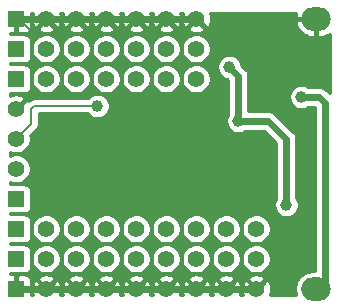
<source format=gbl>
G04 (created by PCBNEW-RS274X (2012-01-19 BZR 3256)-stable) date 1/5/2013 5:07:44 PM*
G01*
G70*
G90*
%MOIN*%
G04 Gerber Fmt 3.4, Leading zero omitted, Abs format*
%FSLAX34Y34*%
G04 APERTURE LIST*
%ADD10C,0.006000*%
%ADD11O,0.098400X0.078700*%
%ADD12R,0.055000X0.055000*%
%ADD13C,0.055000*%
%ADD14C,0.039400*%
%ADD15C,0.024000*%
%ADD16C,0.008000*%
%ADD17C,0.010000*%
G04 APERTURE END LIST*
G54D10*
G54D11*
X37000Y-32000D03*
X37000Y-23000D03*
G54D12*
X27000Y-29000D03*
G54D13*
X27000Y-28000D03*
X27000Y-27000D03*
X27000Y-26000D03*
G54D12*
X27000Y-30000D03*
G54D13*
X28000Y-30000D03*
X29000Y-30000D03*
X30000Y-30000D03*
X31000Y-30000D03*
X32000Y-30000D03*
X33000Y-30000D03*
X34000Y-30000D03*
X35000Y-30000D03*
G54D12*
X27000Y-25000D03*
G54D13*
X28000Y-25000D03*
X29000Y-25000D03*
X30000Y-25000D03*
X31000Y-25000D03*
X32000Y-25000D03*
X33000Y-25000D03*
G54D12*
X27000Y-31000D03*
G54D13*
X28000Y-31000D03*
X29000Y-31000D03*
X30000Y-31000D03*
X31000Y-31000D03*
X32000Y-31000D03*
X33000Y-31000D03*
X34000Y-31000D03*
X35000Y-31000D03*
G54D12*
X27000Y-24000D03*
G54D13*
X28000Y-24000D03*
X29000Y-24000D03*
X30000Y-24000D03*
X31000Y-24000D03*
X32000Y-24000D03*
X33000Y-24000D03*
G54D12*
X27000Y-32000D03*
G54D13*
X28000Y-32000D03*
X29000Y-32000D03*
X30000Y-32000D03*
X31000Y-32000D03*
X32000Y-32000D03*
X33000Y-32000D03*
X34000Y-32000D03*
X35000Y-32000D03*
G54D12*
X27000Y-23000D03*
G54D13*
X28000Y-23000D03*
X29000Y-23000D03*
X30000Y-23000D03*
X31000Y-23000D03*
X32000Y-23000D03*
X33000Y-23000D03*
G54D14*
X34100Y-24600D03*
X34400Y-26400D03*
X36000Y-29200D03*
X36500Y-25600D03*
X28000Y-26500D03*
X36700Y-30900D03*
X33900Y-25600D03*
X29700Y-25900D03*
G54D15*
X34400Y-24900D02*
X34400Y-26400D01*
X34100Y-24600D02*
X34400Y-24900D01*
X34400Y-26400D02*
X35400Y-26400D01*
X35400Y-26400D02*
X36000Y-27000D01*
X36000Y-27000D02*
X36000Y-29200D01*
X37300Y-31700D02*
X37000Y-32000D01*
X37300Y-25800D02*
X37300Y-31700D01*
X36500Y-25600D02*
X37100Y-25600D01*
X37100Y-25600D02*
X37300Y-25800D01*
X29000Y-23000D02*
X28000Y-23000D01*
X29000Y-23000D02*
X30000Y-23000D01*
X34000Y-32000D02*
X35000Y-32000D01*
G54D16*
X27500Y-23400D02*
X27500Y-25500D01*
G54D15*
X27000Y-23000D02*
X28000Y-23000D01*
X31000Y-32000D02*
X32000Y-32000D01*
X30000Y-32000D02*
X31000Y-32000D01*
X27000Y-32000D02*
X28000Y-32000D01*
X32000Y-32000D02*
X33000Y-32000D01*
X32000Y-23000D02*
X33000Y-23000D01*
G54D16*
X27100Y-23000D02*
X27500Y-23400D01*
X27500Y-25500D02*
X27000Y-26000D01*
G54D15*
X33000Y-32000D02*
X34000Y-32000D01*
X28000Y-32000D02*
X29000Y-32000D01*
X29000Y-32000D02*
X30000Y-32000D01*
X31000Y-23000D02*
X32000Y-23000D01*
X30000Y-23000D02*
X31000Y-23000D01*
G54D16*
X27000Y-23000D02*
X27100Y-23000D01*
G54D15*
X28000Y-23000D02*
X29000Y-23000D01*
G54D16*
X27500Y-26500D02*
X27000Y-27000D01*
X27500Y-26000D02*
X27500Y-26500D01*
X27600Y-25900D02*
X27500Y-26000D01*
X29700Y-25900D02*
X27600Y-25900D01*
G54D10*
G36*
X37450Y-25482D02*
X37336Y-25368D01*
X37334Y-25366D01*
X37287Y-25327D01*
X37285Y-25325D01*
X37250Y-25307D01*
X37230Y-25296D01*
X37227Y-25295D01*
X37169Y-25276D01*
X37166Y-25275D01*
X37126Y-25271D01*
X37105Y-25269D01*
X37101Y-25269D01*
X37100Y-25269D01*
X36970Y-25269D01*
X36970Y-23604D01*
X36970Y-23030D01*
X36350Y-23030D01*
X36310Y-23124D01*
X36337Y-23217D01*
X36390Y-23322D01*
X36462Y-23415D01*
X36551Y-23492D01*
X36653Y-23551D01*
X36765Y-23589D01*
X36882Y-23604D01*
X36970Y-23604D01*
X36970Y-25269D01*
X36737Y-25269D01*
X36694Y-25240D01*
X36621Y-25209D01*
X36543Y-25193D01*
X36463Y-25193D01*
X36384Y-25208D01*
X36310Y-25238D01*
X36244Y-25281D01*
X36187Y-25337D01*
X36142Y-25403D01*
X36110Y-25476D01*
X36094Y-25555D01*
X36092Y-25634D01*
X36107Y-25713D01*
X36136Y-25787D01*
X36180Y-25854D01*
X36235Y-25911D01*
X36301Y-25957D01*
X36374Y-25989D01*
X36452Y-26006D01*
X36531Y-26008D01*
X36610Y-25994D01*
X36684Y-25965D01*
X36737Y-25931D01*
X36963Y-25931D01*
X36969Y-25937D01*
X36969Y-31398D01*
X36839Y-31399D01*
X36723Y-31422D01*
X36614Y-31467D01*
X36516Y-31532D01*
X36433Y-31615D01*
X36407Y-31653D01*
X36407Y-29160D01*
X36391Y-29082D01*
X36361Y-29008D01*
X36331Y-28962D01*
X36331Y-27002D01*
X36331Y-27000D01*
X36325Y-26939D01*
X36325Y-26936D01*
X36308Y-26882D01*
X36307Y-26877D01*
X36306Y-26876D01*
X36306Y-26874D01*
X36296Y-26855D01*
X36278Y-26819D01*
X36276Y-26817D01*
X36237Y-26769D01*
X36235Y-26767D01*
X36234Y-26766D01*
X35636Y-26168D01*
X35634Y-26166D01*
X35587Y-26127D01*
X35585Y-26125D01*
X35550Y-26107D01*
X35530Y-26096D01*
X35527Y-26095D01*
X35469Y-26076D01*
X35466Y-26075D01*
X35426Y-26071D01*
X35405Y-26069D01*
X35401Y-26069D01*
X35400Y-26069D01*
X34731Y-26069D01*
X34731Y-24903D01*
X34731Y-24900D01*
X34725Y-24839D01*
X34725Y-24836D01*
X34708Y-24782D01*
X34707Y-24777D01*
X34706Y-24776D01*
X34706Y-24774D01*
X34690Y-24744D01*
X34678Y-24720D01*
X34676Y-24718D01*
X34676Y-24717D01*
X34655Y-24691D01*
X34637Y-24669D01*
X34635Y-24667D01*
X34634Y-24666D01*
X34501Y-24533D01*
X34491Y-24482D01*
X34461Y-24408D01*
X34417Y-24341D01*
X34361Y-24285D01*
X34294Y-24240D01*
X34221Y-24209D01*
X34143Y-24193D01*
X34063Y-24193D01*
X33984Y-24208D01*
X33910Y-24238D01*
X33844Y-24281D01*
X33787Y-24337D01*
X33742Y-24403D01*
X33710Y-24476D01*
X33694Y-24555D01*
X33692Y-24634D01*
X33707Y-24713D01*
X33736Y-24787D01*
X33780Y-24854D01*
X33835Y-24911D01*
X33901Y-24957D01*
X33974Y-24989D01*
X34034Y-25002D01*
X34069Y-25037D01*
X34069Y-26163D01*
X34042Y-26203D01*
X34010Y-26276D01*
X33994Y-26355D01*
X33992Y-26434D01*
X34007Y-26513D01*
X34036Y-26587D01*
X34080Y-26654D01*
X34135Y-26711D01*
X34201Y-26757D01*
X34274Y-26789D01*
X34352Y-26806D01*
X34431Y-26808D01*
X34510Y-26794D01*
X34584Y-26765D01*
X34637Y-26731D01*
X35263Y-26731D01*
X35669Y-27137D01*
X35669Y-28963D01*
X35642Y-29003D01*
X35610Y-29076D01*
X35594Y-29155D01*
X35592Y-29234D01*
X35607Y-29313D01*
X35636Y-29387D01*
X35680Y-29454D01*
X35735Y-29511D01*
X35801Y-29557D01*
X35874Y-29589D01*
X35952Y-29606D01*
X36031Y-29608D01*
X36110Y-29594D01*
X36184Y-29565D01*
X36252Y-29522D01*
X36310Y-29467D01*
X36356Y-29402D01*
X36388Y-29329D01*
X36406Y-29251D01*
X36407Y-29160D01*
X36407Y-31653D01*
X36367Y-31713D01*
X36321Y-31821D01*
X36297Y-31937D01*
X36297Y-32055D01*
X36319Y-32171D01*
X36330Y-32200D01*
X35486Y-32200D01*
X35486Y-30952D01*
X35486Y-29952D01*
X35467Y-29859D01*
X35431Y-29770D01*
X35378Y-29691D01*
X35311Y-29623D01*
X35232Y-29570D01*
X35144Y-29533D01*
X35051Y-29514D01*
X34955Y-29514D01*
X34862Y-29532D01*
X34773Y-29567D01*
X34694Y-29620D01*
X34626Y-29686D01*
X34572Y-29765D01*
X34534Y-29853D01*
X34515Y-29946D01*
X34513Y-30041D01*
X34531Y-30135D01*
X34566Y-30224D01*
X34617Y-30304D01*
X34684Y-30372D01*
X34762Y-30426D01*
X34849Y-30465D01*
X34943Y-30485D01*
X35038Y-30487D01*
X35132Y-30470D01*
X35221Y-30436D01*
X35301Y-30385D01*
X35370Y-30319D01*
X35425Y-30241D01*
X35464Y-30154D01*
X35485Y-30061D01*
X35486Y-29952D01*
X35486Y-30952D01*
X35467Y-30859D01*
X35431Y-30770D01*
X35378Y-30691D01*
X35311Y-30623D01*
X35232Y-30570D01*
X35144Y-30533D01*
X35051Y-30514D01*
X34955Y-30514D01*
X34862Y-30532D01*
X34773Y-30567D01*
X34694Y-30620D01*
X34626Y-30686D01*
X34572Y-30765D01*
X34534Y-30853D01*
X34515Y-30946D01*
X34513Y-31041D01*
X34531Y-31135D01*
X34566Y-31224D01*
X34617Y-31304D01*
X34684Y-31372D01*
X34762Y-31426D01*
X34849Y-31465D01*
X34943Y-31485D01*
X35038Y-31487D01*
X35132Y-31470D01*
X35221Y-31436D01*
X35301Y-31385D01*
X35370Y-31319D01*
X35425Y-31241D01*
X35464Y-31154D01*
X35485Y-31061D01*
X35486Y-30952D01*
X35486Y-32200D01*
X35440Y-32200D01*
X35453Y-32175D01*
X35478Y-32083D01*
X35485Y-31989D01*
X35473Y-31895D01*
X35444Y-31805D01*
X35410Y-31740D01*
X35327Y-31716D01*
X35284Y-31758D01*
X35284Y-31673D01*
X35260Y-31590D01*
X35175Y-31547D01*
X35083Y-31522D01*
X34989Y-31515D01*
X34895Y-31527D01*
X34805Y-31556D01*
X34740Y-31590D01*
X34716Y-31673D01*
X35000Y-31958D01*
X35284Y-31673D01*
X35284Y-31758D01*
X35042Y-32000D01*
X35000Y-32042D01*
X34999Y-32042D01*
X34957Y-32000D01*
X34958Y-32000D01*
X34922Y-31965D01*
X34673Y-31716D01*
X34590Y-31740D01*
X34547Y-31825D01*
X34522Y-31917D01*
X34515Y-32011D01*
X34527Y-32105D01*
X34556Y-32195D01*
X34558Y-32200D01*
X34486Y-32200D01*
X34486Y-30952D01*
X34486Y-29952D01*
X34467Y-29859D01*
X34431Y-29770D01*
X34378Y-29691D01*
X34311Y-29623D01*
X34232Y-29570D01*
X34144Y-29533D01*
X34051Y-29514D01*
X33955Y-29514D01*
X33862Y-29532D01*
X33773Y-29567D01*
X33694Y-29620D01*
X33626Y-29686D01*
X33572Y-29765D01*
X33534Y-29853D01*
X33515Y-29946D01*
X33513Y-30041D01*
X33531Y-30135D01*
X33566Y-30224D01*
X33617Y-30304D01*
X33684Y-30372D01*
X33762Y-30426D01*
X33849Y-30465D01*
X33943Y-30485D01*
X34038Y-30487D01*
X34132Y-30470D01*
X34221Y-30436D01*
X34301Y-30385D01*
X34370Y-30319D01*
X34425Y-30241D01*
X34464Y-30154D01*
X34485Y-30061D01*
X34486Y-29952D01*
X34486Y-30952D01*
X34467Y-30859D01*
X34431Y-30770D01*
X34378Y-30691D01*
X34311Y-30623D01*
X34232Y-30570D01*
X34144Y-30533D01*
X34051Y-30514D01*
X33955Y-30514D01*
X33862Y-30532D01*
X33773Y-30567D01*
X33694Y-30620D01*
X33626Y-30686D01*
X33572Y-30765D01*
X33534Y-30853D01*
X33515Y-30946D01*
X33513Y-31041D01*
X33531Y-31135D01*
X33566Y-31224D01*
X33617Y-31304D01*
X33684Y-31372D01*
X33762Y-31426D01*
X33849Y-31465D01*
X33943Y-31485D01*
X34038Y-31487D01*
X34132Y-31470D01*
X34221Y-31436D01*
X34301Y-31385D01*
X34370Y-31319D01*
X34425Y-31241D01*
X34464Y-31154D01*
X34485Y-31061D01*
X34486Y-30952D01*
X34486Y-32200D01*
X34440Y-32200D01*
X34453Y-32175D01*
X34478Y-32083D01*
X34485Y-31989D01*
X34473Y-31895D01*
X34444Y-31805D01*
X34410Y-31740D01*
X34327Y-31716D01*
X34284Y-31758D01*
X34284Y-31673D01*
X34260Y-31590D01*
X34175Y-31547D01*
X34083Y-31522D01*
X33989Y-31515D01*
X33895Y-31527D01*
X33805Y-31556D01*
X33740Y-31590D01*
X33716Y-31673D01*
X34000Y-31958D01*
X34284Y-31673D01*
X34284Y-31758D01*
X34042Y-32000D01*
X34000Y-32042D01*
X33999Y-32042D01*
X33957Y-32000D01*
X33958Y-32000D01*
X33922Y-31965D01*
X33673Y-31716D01*
X33590Y-31740D01*
X33547Y-31825D01*
X33522Y-31917D01*
X33515Y-32011D01*
X33527Y-32105D01*
X33556Y-32195D01*
X33558Y-32200D01*
X33486Y-32200D01*
X33486Y-30952D01*
X33486Y-29952D01*
X33486Y-24952D01*
X33486Y-23952D01*
X33467Y-23859D01*
X33431Y-23770D01*
X33378Y-23691D01*
X33311Y-23623D01*
X33284Y-23604D01*
X33284Y-23327D01*
X33000Y-23042D01*
X32716Y-23327D01*
X32740Y-23410D01*
X32825Y-23453D01*
X32917Y-23478D01*
X33011Y-23485D01*
X33105Y-23473D01*
X33195Y-23444D01*
X33260Y-23410D01*
X33284Y-23327D01*
X33284Y-23604D01*
X33232Y-23570D01*
X33144Y-23533D01*
X33051Y-23514D01*
X32955Y-23514D01*
X32862Y-23532D01*
X32773Y-23567D01*
X32694Y-23620D01*
X32626Y-23686D01*
X32572Y-23765D01*
X32534Y-23853D01*
X32515Y-23946D01*
X32513Y-24041D01*
X32531Y-24135D01*
X32566Y-24224D01*
X32617Y-24304D01*
X32684Y-24372D01*
X32762Y-24426D01*
X32849Y-24465D01*
X32943Y-24485D01*
X33038Y-24487D01*
X33132Y-24470D01*
X33221Y-24436D01*
X33301Y-24385D01*
X33370Y-24319D01*
X33425Y-24241D01*
X33464Y-24154D01*
X33485Y-24061D01*
X33486Y-23952D01*
X33486Y-24952D01*
X33467Y-24859D01*
X33431Y-24770D01*
X33378Y-24691D01*
X33311Y-24623D01*
X33232Y-24570D01*
X33144Y-24533D01*
X33051Y-24514D01*
X32955Y-24514D01*
X32862Y-24532D01*
X32773Y-24567D01*
X32694Y-24620D01*
X32626Y-24686D01*
X32572Y-24765D01*
X32534Y-24853D01*
X32515Y-24946D01*
X32513Y-25041D01*
X32531Y-25135D01*
X32566Y-25224D01*
X32617Y-25304D01*
X32684Y-25372D01*
X32762Y-25426D01*
X32849Y-25465D01*
X32943Y-25485D01*
X33038Y-25487D01*
X33132Y-25470D01*
X33221Y-25436D01*
X33301Y-25385D01*
X33370Y-25319D01*
X33425Y-25241D01*
X33464Y-25154D01*
X33485Y-25061D01*
X33486Y-24952D01*
X33486Y-29952D01*
X33467Y-29859D01*
X33431Y-29770D01*
X33378Y-29691D01*
X33311Y-29623D01*
X33232Y-29570D01*
X33144Y-29533D01*
X33051Y-29514D01*
X32955Y-29514D01*
X32862Y-29532D01*
X32773Y-29567D01*
X32694Y-29620D01*
X32626Y-29686D01*
X32572Y-29765D01*
X32534Y-29853D01*
X32515Y-29946D01*
X32513Y-30041D01*
X32531Y-30135D01*
X32566Y-30224D01*
X32617Y-30304D01*
X32684Y-30372D01*
X32762Y-30426D01*
X32849Y-30465D01*
X32943Y-30485D01*
X33038Y-30487D01*
X33132Y-30470D01*
X33221Y-30436D01*
X33301Y-30385D01*
X33370Y-30319D01*
X33425Y-30241D01*
X33464Y-30154D01*
X33485Y-30061D01*
X33486Y-29952D01*
X33486Y-30952D01*
X33467Y-30859D01*
X33431Y-30770D01*
X33378Y-30691D01*
X33311Y-30623D01*
X33232Y-30570D01*
X33144Y-30533D01*
X33051Y-30514D01*
X32955Y-30514D01*
X32862Y-30532D01*
X32773Y-30567D01*
X32694Y-30620D01*
X32626Y-30686D01*
X32572Y-30765D01*
X32534Y-30853D01*
X32515Y-30946D01*
X32513Y-31041D01*
X32531Y-31135D01*
X32566Y-31224D01*
X32617Y-31304D01*
X32684Y-31372D01*
X32762Y-31426D01*
X32849Y-31465D01*
X32943Y-31485D01*
X33038Y-31487D01*
X33132Y-31470D01*
X33221Y-31436D01*
X33301Y-31385D01*
X33370Y-31319D01*
X33425Y-31241D01*
X33464Y-31154D01*
X33485Y-31061D01*
X33486Y-30952D01*
X33486Y-32200D01*
X33440Y-32200D01*
X33453Y-32175D01*
X33478Y-32083D01*
X33485Y-31989D01*
X33473Y-31895D01*
X33444Y-31805D01*
X33410Y-31740D01*
X33327Y-31716D01*
X33284Y-31758D01*
X33284Y-31673D01*
X33260Y-31590D01*
X33175Y-31547D01*
X33083Y-31522D01*
X32989Y-31515D01*
X32895Y-31527D01*
X32805Y-31556D01*
X32740Y-31590D01*
X32716Y-31673D01*
X33000Y-31958D01*
X33284Y-31673D01*
X33284Y-31758D01*
X33042Y-32000D01*
X33000Y-32042D01*
X32999Y-32042D01*
X32957Y-32000D01*
X32958Y-32000D01*
X32922Y-31965D01*
X32673Y-31716D01*
X32590Y-31740D01*
X32547Y-31825D01*
X32522Y-31917D01*
X32515Y-32011D01*
X32527Y-32105D01*
X32556Y-32195D01*
X32558Y-32200D01*
X32486Y-32200D01*
X32486Y-30952D01*
X32486Y-29952D01*
X32486Y-24952D01*
X32486Y-23952D01*
X32467Y-23859D01*
X32431Y-23770D01*
X32378Y-23691D01*
X32311Y-23623D01*
X32284Y-23604D01*
X32284Y-23327D01*
X32000Y-23042D01*
X31716Y-23327D01*
X31740Y-23410D01*
X31825Y-23453D01*
X31917Y-23478D01*
X32011Y-23485D01*
X32105Y-23473D01*
X32195Y-23444D01*
X32260Y-23410D01*
X32284Y-23327D01*
X32284Y-23604D01*
X32232Y-23570D01*
X32144Y-23533D01*
X32051Y-23514D01*
X31955Y-23514D01*
X31862Y-23532D01*
X31773Y-23567D01*
X31694Y-23620D01*
X31626Y-23686D01*
X31572Y-23765D01*
X31534Y-23853D01*
X31515Y-23946D01*
X31513Y-24041D01*
X31531Y-24135D01*
X31566Y-24224D01*
X31617Y-24304D01*
X31684Y-24372D01*
X31762Y-24426D01*
X31849Y-24465D01*
X31943Y-24485D01*
X32038Y-24487D01*
X32132Y-24470D01*
X32221Y-24436D01*
X32301Y-24385D01*
X32370Y-24319D01*
X32425Y-24241D01*
X32464Y-24154D01*
X32485Y-24061D01*
X32486Y-23952D01*
X32486Y-24952D01*
X32467Y-24859D01*
X32431Y-24770D01*
X32378Y-24691D01*
X32311Y-24623D01*
X32232Y-24570D01*
X32144Y-24533D01*
X32051Y-24514D01*
X31955Y-24514D01*
X31862Y-24532D01*
X31773Y-24567D01*
X31694Y-24620D01*
X31626Y-24686D01*
X31572Y-24765D01*
X31534Y-24853D01*
X31515Y-24946D01*
X31513Y-25041D01*
X31531Y-25135D01*
X31566Y-25224D01*
X31617Y-25304D01*
X31684Y-25372D01*
X31762Y-25426D01*
X31849Y-25465D01*
X31943Y-25485D01*
X32038Y-25487D01*
X32132Y-25470D01*
X32221Y-25436D01*
X32301Y-25385D01*
X32370Y-25319D01*
X32425Y-25241D01*
X32464Y-25154D01*
X32485Y-25061D01*
X32486Y-24952D01*
X32486Y-29952D01*
X32467Y-29859D01*
X32431Y-29770D01*
X32378Y-29691D01*
X32311Y-29623D01*
X32232Y-29570D01*
X32144Y-29533D01*
X32051Y-29514D01*
X31955Y-29514D01*
X31862Y-29532D01*
X31773Y-29567D01*
X31694Y-29620D01*
X31626Y-29686D01*
X31572Y-29765D01*
X31534Y-29853D01*
X31515Y-29946D01*
X31513Y-30041D01*
X31531Y-30135D01*
X31566Y-30224D01*
X31617Y-30304D01*
X31684Y-30372D01*
X31762Y-30426D01*
X31849Y-30465D01*
X31943Y-30485D01*
X32038Y-30487D01*
X32132Y-30470D01*
X32221Y-30436D01*
X32301Y-30385D01*
X32370Y-30319D01*
X32425Y-30241D01*
X32464Y-30154D01*
X32485Y-30061D01*
X32486Y-29952D01*
X32486Y-30952D01*
X32467Y-30859D01*
X32431Y-30770D01*
X32378Y-30691D01*
X32311Y-30623D01*
X32232Y-30570D01*
X32144Y-30533D01*
X32051Y-30514D01*
X31955Y-30514D01*
X31862Y-30532D01*
X31773Y-30567D01*
X31694Y-30620D01*
X31626Y-30686D01*
X31572Y-30765D01*
X31534Y-30853D01*
X31515Y-30946D01*
X31513Y-31041D01*
X31531Y-31135D01*
X31566Y-31224D01*
X31617Y-31304D01*
X31684Y-31372D01*
X31762Y-31426D01*
X31849Y-31465D01*
X31943Y-31485D01*
X32038Y-31487D01*
X32132Y-31470D01*
X32221Y-31436D01*
X32301Y-31385D01*
X32370Y-31319D01*
X32425Y-31241D01*
X32464Y-31154D01*
X32485Y-31061D01*
X32486Y-30952D01*
X32486Y-32200D01*
X32440Y-32200D01*
X32453Y-32175D01*
X32478Y-32083D01*
X32485Y-31989D01*
X32473Y-31895D01*
X32444Y-31805D01*
X32410Y-31740D01*
X32327Y-31716D01*
X32284Y-31758D01*
X32284Y-31673D01*
X32260Y-31590D01*
X32175Y-31547D01*
X32083Y-31522D01*
X31989Y-31515D01*
X31895Y-31527D01*
X31805Y-31556D01*
X31740Y-31590D01*
X31716Y-31673D01*
X32000Y-31958D01*
X32284Y-31673D01*
X32284Y-31758D01*
X32042Y-32000D01*
X32000Y-32042D01*
X31999Y-32042D01*
X31957Y-32000D01*
X31958Y-32000D01*
X31922Y-31965D01*
X31673Y-31716D01*
X31590Y-31740D01*
X31547Y-31825D01*
X31522Y-31917D01*
X31515Y-32011D01*
X31527Y-32105D01*
X31556Y-32195D01*
X31558Y-32200D01*
X31486Y-32200D01*
X31486Y-30952D01*
X31486Y-29952D01*
X31486Y-24952D01*
X31486Y-23952D01*
X31467Y-23859D01*
X31431Y-23770D01*
X31378Y-23691D01*
X31311Y-23623D01*
X31284Y-23604D01*
X31284Y-23327D01*
X31000Y-23042D01*
X30716Y-23327D01*
X30740Y-23410D01*
X30825Y-23453D01*
X30917Y-23478D01*
X31011Y-23485D01*
X31105Y-23473D01*
X31195Y-23444D01*
X31260Y-23410D01*
X31284Y-23327D01*
X31284Y-23604D01*
X31232Y-23570D01*
X31144Y-23533D01*
X31051Y-23514D01*
X30955Y-23514D01*
X30862Y-23532D01*
X30773Y-23567D01*
X30694Y-23620D01*
X30626Y-23686D01*
X30572Y-23765D01*
X30534Y-23853D01*
X30515Y-23946D01*
X30513Y-24041D01*
X30531Y-24135D01*
X30566Y-24224D01*
X30617Y-24304D01*
X30684Y-24372D01*
X30762Y-24426D01*
X30849Y-24465D01*
X30943Y-24485D01*
X31038Y-24487D01*
X31132Y-24470D01*
X31221Y-24436D01*
X31301Y-24385D01*
X31370Y-24319D01*
X31425Y-24241D01*
X31464Y-24154D01*
X31485Y-24061D01*
X31486Y-23952D01*
X31486Y-24952D01*
X31467Y-24859D01*
X31431Y-24770D01*
X31378Y-24691D01*
X31311Y-24623D01*
X31232Y-24570D01*
X31144Y-24533D01*
X31051Y-24514D01*
X30955Y-24514D01*
X30862Y-24532D01*
X30773Y-24567D01*
X30694Y-24620D01*
X30626Y-24686D01*
X30572Y-24765D01*
X30534Y-24853D01*
X30515Y-24946D01*
X30513Y-25041D01*
X30531Y-25135D01*
X30566Y-25224D01*
X30617Y-25304D01*
X30684Y-25372D01*
X30762Y-25426D01*
X30849Y-25465D01*
X30943Y-25485D01*
X31038Y-25487D01*
X31132Y-25470D01*
X31221Y-25436D01*
X31301Y-25385D01*
X31370Y-25319D01*
X31425Y-25241D01*
X31464Y-25154D01*
X31485Y-25061D01*
X31486Y-24952D01*
X31486Y-29952D01*
X31467Y-29859D01*
X31431Y-29770D01*
X31378Y-29691D01*
X31311Y-29623D01*
X31232Y-29570D01*
X31144Y-29533D01*
X31051Y-29514D01*
X30955Y-29514D01*
X30862Y-29532D01*
X30773Y-29567D01*
X30694Y-29620D01*
X30626Y-29686D01*
X30572Y-29765D01*
X30534Y-29853D01*
X30515Y-29946D01*
X30513Y-30041D01*
X30531Y-30135D01*
X30566Y-30224D01*
X30617Y-30304D01*
X30684Y-30372D01*
X30762Y-30426D01*
X30849Y-30465D01*
X30943Y-30485D01*
X31038Y-30487D01*
X31132Y-30470D01*
X31221Y-30436D01*
X31301Y-30385D01*
X31370Y-30319D01*
X31425Y-30241D01*
X31464Y-30154D01*
X31485Y-30061D01*
X31486Y-29952D01*
X31486Y-30952D01*
X31467Y-30859D01*
X31431Y-30770D01*
X31378Y-30691D01*
X31311Y-30623D01*
X31232Y-30570D01*
X31144Y-30533D01*
X31051Y-30514D01*
X30955Y-30514D01*
X30862Y-30532D01*
X30773Y-30567D01*
X30694Y-30620D01*
X30626Y-30686D01*
X30572Y-30765D01*
X30534Y-30853D01*
X30515Y-30946D01*
X30513Y-31041D01*
X30531Y-31135D01*
X30566Y-31224D01*
X30617Y-31304D01*
X30684Y-31372D01*
X30762Y-31426D01*
X30849Y-31465D01*
X30943Y-31485D01*
X31038Y-31487D01*
X31132Y-31470D01*
X31221Y-31436D01*
X31301Y-31385D01*
X31370Y-31319D01*
X31425Y-31241D01*
X31464Y-31154D01*
X31485Y-31061D01*
X31486Y-30952D01*
X31486Y-32200D01*
X31440Y-32200D01*
X31453Y-32175D01*
X31478Y-32083D01*
X31485Y-31989D01*
X31473Y-31895D01*
X31444Y-31805D01*
X31410Y-31740D01*
X31327Y-31716D01*
X31284Y-31758D01*
X31284Y-31673D01*
X31260Y-31590D01*
X31175Y-31547D01*
X31083Y-31522D01*
X30989Y-31515D01*
X30895Y-31527D01*
X30805Y-31556D01*
X30740Y-31590D01*
X30716Y-31673D01*
X31000Y-31958D01*
X31284Y-31673D01*
X31284Y-31758D01*
X31042Y-32000D01*
X31000Y-32042D01*
X30999Y-32042D01*
X30957Y-32000D01*
X30958Y-32000D01*
X30922Y-31965D01*
X30673Y-31716D01*
X30590Y-31740D01*
X30547Y-31825D01*
X30522Y-31917D01*
X30515Y-32011D01*
X30527Y-32105D01*
X30556Y-32195D01*
X30558Y-32200D01*
X30486Y-32200D01*
X30486Y-30952D01*
X30486Y-29952D01*
X30486Y-24952D01*
X30486Y-23952D01*
X30467Y-23859D01*
X30431Y-23770D01*
X30378Y-23691D01*
X30311Y-23623D01*
X30284Y-23604D01*
X30284Y-23327D01*
X30000Y-23042D01*
X29716Y-23327D01*
X29740Y-23410D01*
X29825Y-23453D01*
X29917Y-23478D01*
X30011Y-23485D01*
X30105Y-23473D01*
X30195Y-23444D01*
X30260Y-23410D01*
X30284Y-23327D01*
X30284Y-23604D01*
X30232Y-23570D01*
X30144Y-23533D01*
X30051Y-23514D01*
X29955Y-23514D01*
X29862Y-23532D01*
X29773Y-23567D01*
X29694Y-23620D01*
X29626Y-23686D01*
X29572Y-23765D01*
X29534Y-23853D01*
X29515Y-23946D01*
X29513Y-24041D01*
X29531Y-24135D01*
X29566Y-24224D01*
X29617Y-24304D01*
X29684Y-24372D01*
X29762Y-24426D01*
X29849Y-24465D01*
X29943Y-24485D01*
X30038Y-24487D01*
X30132Y-24470D01*
X30221Y-24436D01*
X30301Y-24385D01*
X30370Y-24319D01*
X30425Y-24241D01*
X30464Y-24154D01*
X30485Y-24061D01*
X30486Y-23952D01*
X30486Y-24952D01*
X30467Y-24859D01*
X30431Y-24770D01*
X30378Y-24691D01*
X30311Y-24623D01*
X30232Y-24570D01*
X30144Y-24533D01*
X30051Y-24514D01*
X29955Y-24514D01*
X29862Y-24532D01*
X29773Y-24567D01*
X29694Y-24620D01*
X29626Y-24686D01*
X29572Y-24765D01*
X29534Y-24853D01*
X29515Y-24946D01*
X29513Y-25041D01*
X29531Y-25135D01*
X29566Y-25224D01*
X29617Y-25304D01*
X29684Y-25372D01*
X29762Y-25426D01*
X29849Y-25465D01*
X29943Y-25485D01*
X30038Y-25487D01*
X30132Y-25470D01*
X30221Y-25436D01*
X30301Y-25385D01*
X30370Y-25319D01*
X30425Y-25241D01*
X30464Y-25154D01*
X30485Y-25061D01*
X30486Y-24952D01*
X30486Y-29952D01*
X30467Y-29859D01*
X30431Y-29770D01*
X30378Y-29691D01*
X30311Y-29623D01*
X30232Y-29570D01*
X30144Y-29533D01*
X30051Y-29514D01*
X29955Y-29514D01*
X29862Y-29532D01*
X29773Y-29567D01*
X29694Y-29620D01*
X29626Y-29686D01*
X29572Y-29765D01*
X29534Y-29853D01*
X29515Y-29946D01*
X29513Y-30041D01*
X29531Y-30135D01*
X29566Y-30224D01*
X29617Y-30304D01*
X29684Y-30372D01*
X29762Y-30426D01*
X29849Y-30465D01*
X29943Y-30485D01*
X30038Y-30487D01*
X30132Y-30470D01*
X30221Y-30436D01*
X30301Y-30385D01*
X30370Y-30319D01*
X30425Y-30241D01*
X30464Y-30154D01*
X30485Y-30061D01*
X30486Y-29952D01*
X30486Y-30952D01*
X30467Y-30859D01*
X30431Y-30770D01*
X30378Y-30691D01*
X30311Y-30623D01*
X30232Y-30570D01*
X30144Y-30533D01*
X30051Y-30514D01*
X29955Y-30514D01*
X29862Y-30532D01*
X29773Y-30567D01*
X29694Y-30620D01*
X29626Y-30686D01*
X29572Y-30765D01*
X29534Y-30853D01*
X29515Y-30946D01*
X29513Y-31041D01*
X29531Y-31135D01*
X29566Y-31224D01*
X29617Y-31304D01*
X29684Y-31372D01*
X29762Y-31426D01*
X29849Y-31465D01*
X29943Y-31485D01*
X30038Y-31487D01*
X30132Y-31470D01*
X30221Y-31436D01*
X30301Y-31385D01*
X30370Y-31319D01*
X30425Y-31241D01*
X30464Y-31154D01*
X30485Y-31061D01*
X30486Y-30952D01*
X30486Y-32200D01*
X30440Y-32200D01*
X30453Y-32175D01*
X30478Y-32083D01*
X30485Y-31989D01*
X30473Y-31895D01*
X30444Y-31805D01*
X30410Y-31740D01*
X30327Y-31716D01*
X30284Y-31758D01*
X30284Y-31673D01*
X30260Y-31590D01*
X30175Y-31547D01*
X30083Y-31522D01*
X29989Y-31515D01*
X29895Y-31527D01*
X29805Y-31556D01*
X29740Y-31590D01*
X29716Y-31673D01*
X30000Y-31958D01*
X30284Y-31673D01*
X30284Y-31758D01*
X30042Y-32000D01*
X30000Y-32042D01*
X29999Y-32042D01*
X29957Y-32000D01*
X29958Y-32000D01*
X29922Y-31965D01*
X29673Y-31716D01*
X29590Y-31740D01*
X29547Y-31825D01*
X29522Y-31917D01*
X29515Y-32011D01*
X29527Y-32105D01*
X29556Y-32195D01*
X29558Y-32200D01*
X29486Y-32200D01*
X29486Y-30952D01*
X29486Y-29952D01*
X29467Y-29859D01*
X29431Y-29770D01*
X29378Y-29691D01*
X29311Y-29623D01*
X29232Y-29570D01*
X29144Y-29533D01*
X29051Y-29514D01*
X28955Y-29514D01*
X28862Y-29532D01*
X28773Y-29567D01*
X28694Y-29620D01*
X28626Y-29686D01*
X28572Y-29765D01*
X28534Y-29853D01*
X28515Y-29946D01*
X28513Y-30041D01*
X28531Y-30135D01*
X28566Y-30224D01*
X28617Y-30304D01*
X28684Y-30372D01*
X28762Y-30426D01*
X28849Y-30465D01*
X28943Y-30485D01*
X29038Y-30487D01*
X29132Y-30470D01*
X29221Y-30436D01*
X29301Y-30385D01*
X29370Y-30319D01*
X29425Y-30241D01*
X29464Y-30154D01*
X29485Y-30061D01*
X29486Y-29952D01*
X29486Y-30952D01*
X29467Y-30859D01*
X29431Y-30770D01*
X29378Y-30691D01*
X29311Y-30623D01*
X29232Y-30570D01*
X29144Y-30533D01*
X29051Y-30514D01*
X28955Y-30514D01*
X28862Y-30532D01*
X28773Y-30567D01*
X28694Y-30620D01*
X28626Y-30686D01*
X28572Y-30765D01*
X28534Y-30853D01*
X28515Y-30946D01*
X28513Y-31041D01*
X28531Y-31135D01*
X28566Y-31224D01*
X28617Y-31304D01*
X28684Y-31372D01*
X28762Y-31426D01*
X28849Y-31465D01*
X28943Y-31485D01*
X29038Y-31487D01*
X29132Y-31470D01*
X29221Y-31436D01*
X29301Y-31385D01*
X29370Y-31319D01*
X29425Y-31241D01*
X29464Y-31154D01*
X29485Y-31061D01*
X29486Y-30952D01*
X29486Y-32200D01*
X29440Y-32200D01*
X29453Y-32175D01*
X29478Y-32083D01*
X29485Y-31989D01*
X29473Y-31895D01*
X29444Y-31805D01*
X29410Y-31740D01*
X29327Y-31716D01*
X29284Y-31758D01*
X29284Y-31673D01*
X29260Y-31590D01*
X29175Y-31547D01*
X29083Y-31522D01*
X28989Y-31515D01*
X28895Y-31527D01*
X28805Y-31556D01*
X28740Y-31590D01*
X28716Y-31673D01*
X29000Y-31958D01*
X29284Y-31673D01*
X29284Y-31758D01*
X29042Y-32000D01*
X29000Y-32042D01*
X28999Y-32042D01*
X28957Y-32000D01*
X28958Y-32000D01*
X28922Y-31965D01*
X28673Y-31716D01*
X28590Y-31740D01*
X28547Y-31825D01*
X28522Y-31917D01*
X28515Y-32011D01*
X28527Y-32105D01*
X28556Y-32195D01*
X28558Y-32200D01*
X28486Y-32200D01*
X28486Y-30952D01*
X28486Y-29952D01*
X28467Y-29859D01*
X28431Y-29770D01*
X28378Y-29691D01*
X28311Y-29623D01*
X28232Y-29570D01*
X28144Y-29533D01*
X28051Y-29514D01*
X27955Y-29514D01*
X27862Y-29532D01*
X27773Y-29567D01*
X27694Y-29620D01*
X27626Y-29686D01*
X27572Y-29765D01*
X27534Y-29853D01*
X27515Y-29946D01*
X27513Y-30041D01*
X27531Y-30135D01*
X27566Y-30224D01*
X27617Y-30304D01*
X27684Y-30372D01*
X27762Y-30426D01*
X27849Y-30465D01*
X27943Y-30485D01*
X28038Y-30487D01*
X28132Y-30470D01*
X28221Y-30436D01*
X28301Y-30385D01*
X28370Y-30319D01*
X28425Y-30241D01*
X28464Y-30154D01*
X28485Y-30061D01*
X28486Y-29952D01*
X28486Y-30952D01*
X28467Y-30859D01*
X28431Y-30770D01*
X28378Y-30691D01*
X28311Y-30623D01*
X28232Y-30570D01*
X28144Y-30533D01*
X28051Y-30514D01*
X27955Y-30514D01*
X27862Y-30532D01*
X27773Y-30567D01*
X27694Y-30620D01*
X27626Y-30686D01*
X27572Y-30765D01*
X27534Y-30853D01*
X27515Y-30946D01*
X27513Y-31041D01*
X27531Y-31135D01*
X27566Y-31224D01*
X27617Y-31304D01*
X27684Y-31372D01*
X27762Y-31426D01*
X27849Y-31465D01*
X27943Y-31485D01*
X28038Y-31487D01*
X28132Y-31470D01*
X28221Y-31436D01*
X28301Y-31385D01*
X28370Y-31319D01*
X28425Y-31241D01*
X28464Y-31154D01*
X28485Y-31061D01*
X28486Y-30952D01*
X28486Y-32200D01*
X28440Y-32200D01*
X28453Y-32175D01*
X28478Y-32083D01*
X28485Y-31989D01*
X28473Y-31895D01*
X28444Y-31805D01*
X28410Y-31740D01*
X28327Y-31716D01*
X28284Y-31758D01*
X28284Y-31673D01*
X28260Y-31590D01*
X28175Y-31547D01*
X28083Y-31522D01*
X27989Y-31515D01*
X27895Y-31527D01*
X27805Y-31556D01*
X27740Y-31590D01*
X27716Y-31673D01*
X28000Y-31958D01*
X28284Y-31673D01*
X28284Y-31758D01*
X28042Y-32000D01*
X28000Y-32042D01*
X27999Y-32042D01*
X27957Y-32000D01*
X27958Y-32000D01*
X27922Y-31965D01*
X27673Y-31716D01*
X27590Y-31740D01*
X27547Y-31825D01*
X27522Y-31917D01*
X27515Y-32011D01*
X27527Y-32105D01*
X27556Y-32195D01*
X27558Y-32200D01*
X27486Y-32200D01*
X27486Y-32082D01*
X27486Y-31918D01*
X27486Y-31745D01*
X27486Y-31703D01*
X27478Y-31663D01*
X27462Y-31624D01*
X27439Y-31590D01*
X27409Y-31561D01*
X27375Y-31538D01*
X27337Y-31522D01*
X27296Y-31514D01*
X27082Y-31514D01*
X27030Y-31566D01*
X27030Y-31970D01*
X27434Y-31970D01*
X27486Y-31918D01*
X27486Y-32082D01*
X27434Y-32030D01*
X27080Y-32030D01*
X27030Y-32030D01*
X26970Y-32030D01*
X26970Y-31970D01*
X26970Y-31920D01*
X26970Y-31566D01*
X26918Y-31514D01*
X26800Y-31514D01*
X26800Y-31486D01*
X27296Y-31486D01*
X27337Y-31478D01*
X27375Y-31462D01*
X27409Y-31439D01*
X27439Y-31410D01*
X27462Y-31376D01*
X27478Y-31337D01*
X27486Y-31297D01*
X27486Y-31255D01*
X27486Y-30704D01*
X27478Y-30663D01*
X27462Y-30625D01*
X27439Y-30591D01*
X27410Y-30561D01*
X27376Y-30538D01*
X27337Y-30522D01*
X27297Y-30514D01*
X27255Y-30514D01*
X26800Y-30514D01*
X26800Y-30486D01*
X27296Y-30486D01*
X27337Y-30478D01*
X27375Y-30462D01*
X27409Y-30439D01*
X27439Y-30410D01*
X27462Y-30376D01*
X27478Y-30337D01*
X27486Y-30297D01*
X27486Y-30255D01*
X27486Y-29704D01*
X27478Y-29663D01*
X27462Y-29625D01*
X27439Y-29591D01*
X27410Y-29561D01*
X27376Y-29538D01*
X27337Y-29522D01*
X27297Y-29514D01*
X27255Y-29514D01*
X26800Y-29514D01*
X26800Y-29486D01*
X27296Y-29486D01*
X27337Y-29478D01*
X27375Y-29462D01*
X27409Y-29439D01*
X27439Y-29410D01*
X27462Y-29376D01*
X27478Y-29337D01*
X27486Y-29297D01*
X27486Y-29255D01*
X27486Y-28704D01*
X27478Y-28663D01*
X27462Y-28625D01*
X27439Y-28591D01*
X27410Y-28561D01*
X27376Y-28538D01*
X27337Y-28522D01*
X27297Y-28514D01*
X27255Y-28514D01*
X26800Y-28514D01*
X26800Y-28443D01*
X26849Y-28465D01*
X26943Y-28485D01*
X27038Y-28487D01*
X27132Y-28470D01*
X27221Y-28436D01*
X27301Y-28385D01*
X27370Y-28319D01*
X27425Y-28241D01*
X27464Y-28154D01*
X27485Y-28061D01*
X27486Y-27952D01*
X27467Y-27859D01*
X27431Y-27770D01*
X27378Y-27691D01*
X27311Y-27623D01*
X27232Y-27570D01*
X27144Y-27533D01*
X27051Y-27514D01*
X26955Y-27514D01*
X26862Y-27532D01*
X26800Y-27556D01*
X26800Y-27443D01*
X26849Y-27465D01*
X26943Y-27485D01*
X27038Y-27487D01*
X27132Y-27470D01*
X27221Y-27436D01*
X27301Y-27385D01*
X27370Y-27319D01*
X27425Y-27241D01*
X27464Y-27154D01*
X27485Y-27061D01*
X27486Y-26952D01*
X27471Y-26882D01*
X27675Y-26679D01*
X27676Y-26679D01*
X27676Y-26678D01*
X27677Y-26678D01*
X27684Y-26668D01*
X27707Y-26642D01*
X27707Y-26640D01*
X27709Y-26639D01*
X27716Y-26625D01*
X27731Y-26599D01*
X27731Y-26596D01*
X27732Y-26596D01*
X27732Y-26593D01*
X27746Y-26552D01*
X27746Y-26550D01*
X27751Y-26504D01*
X27751Y-26501D01*
X27751Y-26500D01*
X27751Y-26151D01*
X29378Y-26151D01*
X29380Y-26154D01*
X29435Y-26211D01*
X29501Y-26257D01*
X29574Y-26289D01*
X29652Y-26306D01*
X29731Y-26308D01*
X29810Y-26294D01*
X29884Y-26265D01*
X29952Y-26222D01*
X30010Y-26167D01*
X30056Y-26102D01*
X30088Y-26029D01*
X30106Y-25951D01*
X30107Y-25860D01*
X30091Y-25782D01*
X30061Y-25708D01*
X30017Y-25641D01*
X29961Y-25585D01*
X29894Y-25540D01*
X29821Y-25509D01*
X29743Y-25493D01*
X29663Y-25493D01*
X29584Y-25508D01*
X29510Y-25538D01*
X29486Y-25553D01*
X29486Y-24952D01*
X29486Y-23952D01*
X29467Y-23859D01*
X29431Y-23770D01*
X29378Y-23691D01*
X29311Y-23623D01*
X29284Y-23604D01*
X29284Y-23327D01*
X29000Y-23042D01*
X28716Y-23327D01*
X28740Y-23410D01*
X28825Y-23453D01*
X28917Y-23478D01*
X29011Y-23485D01*
X29105Y-23473D01*
X29195Y-23444D01*
X29260Y-23410D01*
X29284Y-23327D01*
X29284Y-23604D01*
X29232Y-23570D01*
X29144Y-23533D01*
X29051Y-23514D01*
X28955Y-23514D01*
X28862Y-23532D01*
X28773Y-23567D01*
X28694Y-23620D01*
X28626Y-23686D01*
X28572Y-23765D01*
X28534Y-23853D01*
X28515Y-23946D01*
X28513Y-24041D01*
X28531Y-24135D01*
X28566Y-24224D01*
X28617Y-24304D01*
X28684Y-24372D01*
X28762Y-24426D01*
X28849Y-24465D01*
X28943Y-24485D01*
X29038Y-24487D01*
X29132Y-24470D01*
X29221Y-24436D01*
X29301Y-24385D01*
X29370Y-24319D01*
X29425Y-24241D01*
X29464Y-24154D01*
X29485Y-24061D01*
X29486Y-23952D01*
X29486Y-24952D01*
X29467Y-24859D01*
X29431Y-24770D01*
X29378Y-24691D01*
X29311Y-24623D01*
X29232Y-24570D01*
X29144Y-24533D01*
X29051Y-24514D01*
X28955Y-24514D01*
X28862Y-24532D01*
X28773Y-24567D01*
X28694Y-24620D01*
X28626Y-24686D01*
X28572Y-24765D01*
X28534Y-24853D01*
X28515Y-24946D01*
X28513Y-25041D01*
X28531Y-25135D01*
X28566Y-25224D01*
X28617Y-25304D01*
X28684Y-25372D01*
X28762Y-25426D01*
X28849Y-25465D01*
X28943Y-25485D01*
X29038Y-25487D01*
X29132Y-25470D01*
X29221Y-25436D01*
X29301Y-25385D01*
X29370Y-25319D01*
X29425Y-25241D01*
X29464Y-25154D01*
X29485Y-25061D01*
X29486Y-24952D01*
X29486Y-25553D01*
X29444Y-25581D01*
X29387Y-25637D01*
X29378Y-25649D01*
X28486Y-25649D01*
X28486Y-24952D01*
X28486Y-23952D01*
X28467Y-23859D01*
X28431Y-23770D01*
X28378Y-23691D01*
X28311Y-23623D01*
X28284Y-23604D01*
X28284Y-23327D01*
X28000Y-23042D01*
X27716Y-23327D01*
X27740Y-23410D01*
X27825Y-23453D01*
X27917Y-23478D01*
X28011Y-23485D01*
X28105Y-23473D01*
X28195Y-23444D01*
X28260Y-23410D01*
X28284Y-23327D01*
X28284Y-23604D01*
X28232Y-23570D01*
X28144Y-23533D01*
X28051Y-23514D01*
X27955Y-23514D01*
X27862Y-23532D01*
X27773Y-23567D01*
X27694Y-23620D01*
X27626Y-23686D01*
X27572Y-23765D01*
X27534Y-23853D01*
X27515Y-23946D01*
X27513Y-24041D01*
X27531Y-24135D01*
X27566Y-24224D01*
X27617Y-24304D01*
X27684Y-24372D01*
X27762Y-24426D01*
X27849Y-24465D01*
X27943Y-24485D01*
X28038Y-24487D01*
X28132Y-24470D01*
X28221Y-24436D01*
X28301Y-24385D01*
X28370Y-24319D01*
X28425Y-24241D01*
X28464Y-24154D01*
X28485Y-24061D01*
X28486Y-23952D01*
X28486Y-24952D01*
X28467Y-24859D01*
X28431Y-24770D01*
X28378Y-24691D01*
X28311Y-24623D01*
X28232Y-24570D01*
X28144Y-24533D01*
X28051Y-24514D01*
X27955Y-24514D01*
X27862Y-24532D01*
X27773Y-24567D01*
X27694Y-24620D01*
X27626Y-24686D01*
X27572Y-24765D01*
X27534Y-24853D01*
X27515Y-24946D01*
X27513Y-25041D01*
X27531Y-25135D01*
X27566Y-25224D01*
X27617Y-25304D01*
X27684Y-25372D01*
X27762Y-25426D01*
X27849Y-25465D01*
X27943Y-25485D01*
X28038Y-25487D01*
X28132Y-25470D01*
X28221Y-25436D01*
X28301Y-25385D01*
X28370Y-25319D01*
X28425Y-25241D01*
X28464Y-25154D01*
X28485Y-25061D01*
X28486Y-24952D01*
X28486Y-25649D01*
X27602Y-25649D01*
X27600Y-25649D01*
X27551Y-25654D01*
X27520Y-25662D01*
X27506Y-25667D01*
X27504Y-25667D01*
X27504Y-25668D01*
X27461Y-25691D01*
X27439Y-25708D01*
X27425Y-25720D01*
X27423Y-25722D01*
X27422Y-25723D01*
X27406Y-25738D01*
X27327Y-25716D01*
X27042Y-26000D01*
X27000Y-26042D01*
X26999Y-26042D01*
X26957Y-26000D01*
X26958Y-26000D01*
X26957Y-25999D01*
X26999Y-25957D01*
X27000Y-25958D01*
X27035Y-25922D01*
X27284Y-25673D01*
X27260Y-25590D01*
X27175Y-25547D01*
X27083Y-25522D01*
X26989Y-25515D01*
X26895Y-25527D01*
X26805Y-25556D01*
X26800Y-25558D01*
X26800Y-25486D01*
X27296Y-25486D01*
X27337Y-25478D01*
X27375Y-25462D01*
X27409Y-25439D01*
X27439Y-25410D01*
X27462Y-25376D01*
X27478Y-25337D01*
X27486Y-25297D01*
X27486Y-25255D01*
X27486Y-24704D01*
X27478Y-24663D01*
X27462Y-24625D01*
X27439Y-24591D01*
X27410Y-24561D01*
X27376Y-24538D01*
X27337Y-24522D01*
X27297Y-24514D01*
X27255Y-24514D01*
X26800Y-24514D01*
X26800Y-24486D01*
X27296Y-24486D01*
X27337Y-24478D01*
X27375Y-24462D01*
X27409Y-24439D01*
X27439Y-24410D01*
X27462Y-24376D01*
X27478Y-24337D01*
X27486Y-24297D01*
X27486Y-24255D01*
X27486Y-23704D01*
X27486Y-23297D01*
X27486Y-23255D01*
X27486Y-23082D01*
X27434Y-23030D01*
X27030Y-23030D01*
X27030Y-23434D01*
X27082Y-23486D01*
X27296Y-23486D01*
X27337Y-23478D01*
X27375Y-23462D01*
X27409Y-23439D01*
X27439Y-23410D01*
X27462Y-23376D01*
X27478Y-23337D01*
X27486Y-23297D01*
X27486Y-23704D01*
X27478Y-23663D01*
X27462Y-23625D01*
X27439Y-23591D01*
X27410Y-23561D01*
X27376Y-23538D01*
X27337Y-23522D01*
X27297Y-23514D01*
X27255Y-23514D01*
X26800Y-23514D01*
X26800Y-23486D01*
X26918Y-23486D01*
X26970Y-23434D01*
X26970Y-23080D01*
X26970Y-23030D01*
X26970Y-22970D01*
X27030Y-22970D01*
X27080Y-22970D01*
X27434Y-22970D01*
X27486Y-22918D01*
X27486Y-22800D01*
X27559Y-22800D01*
X27547Y-22825D01*
X27522Y-22917D01*
X27515Y-23011D01*
X27527Y-23105D01*
X27556Y-23195D01*
X27590Y-23260D01*
X27673Y-23284D01*
X27922Y-23035D01*
X27958Y-23000D01*
X27957Y-22999D01*
X27999Y-22957D01*
X28000Y-22958D01*
X28000Y-22957D01*
X28042Y-22999D01*
X28042Y-23000D01*
X28078Y-23035D01*
X28327Y-23284D01*
X28410Y-23260D01*
X28453Y-23175D01*
X28478Y-23083D01*
X28485Y-22989D01*
X28473Y-22895D01*
X28444Y-22805D01*
X28441Y-22800D01*
X28559Y-22800D01*
X28547Y-22825D01*
X28522Y-22917D01*
X28515Y-23011D01*
X28527Y-23105D01*
X28556Y-23195D01*
X28590Y-23260D01*
X28673Y-23284D01*
X28922Y-23035D01*
X28958Y-23000D01*
X28957Y-22999D01*
X28999Y-22957D01*
X29000Y-22958D01*
X29000Y-22957D01*
X29042Y-22999D01*
X29042Y-23000D01*
X29078Y-23035D01*
X29327Y-23284D01*
X29410Y-23260D01*
X29453Y-23175D01*
X29478Y-23083D01*
X29485Y-22989D01*
X29473Y-22895D01*
X29444Y-22805D01*
X29441Y-22800D01*
X29559Y-22800D01*
X29547Y-22825D01*
X29522Y-22917D01*
X29515Y-23011D01*
X29527Y-23105D01*
X29556Y-23195D01*
X29590Y-23260D01*
X29673Y-23284D01*
X29922Y-23035D01*
X29958Y-23000D01*
X29957Y-22999D01*
X29999Y-22957D01*
X30000Y-22958D01*
X30000Y-22957D01*
X30042Y-22999D01*
X30042Y-23000D01*
X30078Y-23035D01*
X30327Y-23284D01*
X30410Y-23260D01*
X30453Y-23175D01*
X30478Y-23083D01*
X30485Y-22989D01*
X30473Y-22895D01*
X30444Y-22805D01*
X30441Y-22800D01*
X30559Y-22800D01*
X30547Y-22825D01*
X30522Y-22917D01*
X30515Y-23011D01*
X30527Y-23105D01*
X30556Y-23195D01*
X30590Y-23260D01*
X30673Y-23284D01*
X30922Y-23035D01*
X30958Y-23000D01*
X30957Y-22999D01*
X30999Y-22957D01*
X31000Y-22958D01*
X31000Y-22957D01*
X31042Y-22999D01*
X31042Y-23000D01*
X31078Y-23035D01*
X31327Y-23284D01*
X31410Y-23260D01*
X31453Y-23175D01*
X31478Y-23083D01*
X31485Y-22989D01*
X31473Y-22895D01*
X31444Y-22805D01*
X31441Y-22800D01*
X31559Y-22800D01*
X31547Y-22825D01*
X31522Y-22917D01*
X31515Y-23011D01*
X31527Y-23105D01*
X31556Y-23195D01*
X31590Y-23260D01*
X31673Y-23284D01*
X31922Y-23035D01*
X31958Y-23000D01*
X31957Y-22999D01*
X31999Y-22957D01*
X32000Y-22958D01*
X32000Y-22957D01*
X32042Y-22999D01*
X32042Y-23000D01*
X32078Y-23035D01*
X32327Y-23284D01*
X32410Y-23260D01*
X32453Y-23175D01*
X32478Y-23083D01*
X32485Y-22989D01*
X32473Y-22895D01*
X32444Y-22805D01*
X32441Y-22800D01*
X32559Y-22800D01*
X32547Y-22825D01*
X32522Y-22917D01*
X32515Y-23011D01*
X32527Y-23105D01*
X32556Y-23195D01*
X32590Y-23260D01*
X32673Y-23284D01*
X32922Y-23035D01*
X32958Y-23000D01*
X32957Y-22999D01*
X32999Y-22957D01*
X33000Y-22958D01*
X33000Y-22957D01*
X33042Y-22999D01*
X33042Y-23000D01*
X33078Y-23035D01*
X33327Y-23284D01*
X33410Y-23260D01*
X33453Y-23175D01*
X33478Y-23083D01*
X33485Y-22989D01*
X33473Y-22895D01*
X33444Y-22805D01*
X33441Y-22800D01*
X36332Y-22800D01*
X36310Y-22876D01*
X36350Y-22970D01*
X36920Y-22970D01*
X36970Y-22970D01*
X37030Y-22970D01*
X37030Y-23030D01*
X37030Y-23080D01*
X37030Y-23604D01*
X37118Y-23604D01*
X37235Y-23589D01*
X37347Y-23551D01*
X37449Y-23492D01*
X37450Y-23491D01*
X37450Y-25482D01*
X37450Y-25482D01*
G37*
G54D17*
X37450Y-25482D02*
X37336Y-25368D01*
X37334Y-25366D01*
X37287Y-25327D01*
X37285Y-25325D01*
X37250Y-25307D01*
X37230Y-25296D01*
X37227Y-25295D01*
X37169Y-25276D01*
X37166Y-25275D01*
X37126Y-25271D01*
X37105Y-25269D01*
X37101Y-25269D01*
X37100Y-25269D01*
X36970Y-25269D01*
X36970Y-23604D01*
X36970Y-23030D01*
X36350Y-23030D01*
X36310Y-23124D01*
X36337Y-23217D01*
X36390Y-23322D01*
X36462Y-23415D01*
X36551Y-23492D01*
X36653Y-23551D01*
X36765Y-23589D01*
X36882Y-23604D01*
X36970Y-23604D01*
X36970Y-25269D01*
X36737Y-25269D01*
X36694Y-25240D01*
X36621Y-25209D01*
X36543Y-25193D01*
X36463Y-25193D01*
X36384Y-25208D01*
X36310Y-25238D01*
X36244Y-25281D01*
X36187Y-25337D01*
X36142Y-25403D01*
X36110Y-25476D01*
X36094Y-25555D01*
X36092Y-25634D01*
X36107Y-25713D01*
X36136Y-25787D01*
X36180Y-25854D01*
X36235Y-25911D01*
X36301Y-25957D01*
X36374Y-25989D01*
X36452Y-26006D01*
X36531Y-26008D01*
X36610Y-25994D01*
X36684Y-25965D01*
X36737Y-25931D01*
X36963Y-25931D01*
X36969Y-25937D01*
X36969Y-31398D01*
X36839Y-31399D01*
X36723Y-31422D01*
X36614Y-31467D01*
X36516Y-31532D01*
X36433Y-31615D01*
X36407Y-31653D01*
X36407Y-29160D01*
X36391Y-29082D01*
X36361Y-29008D01*
X36331Y-28962D01*
X36331Y-27002D01*
X36331Y-27000D01*
X36325Y-26939D01*
X36325Y-26936D01*
X36308Y-26882D01*
X36307Y-26877D01*
X36306Y-26876D01*
X36306Y-26874D01*
X36296Y-26855D01*
X36278Y-26819D01*
X36276Y-26817D01*
X36237Y-26769D01*
X36235Y-26767D01*
X36234Y-26766D01*
X35636Y-26168D01*
X35634Y-26166D01*
X35587Y-26127D01*
X35585Y-26125D01*
X35550Y-26107D01*
X35530Y-26096D01*
X35527Y-26095D01*
X35469Y-26076D01*
X35466Y-26075D01*
X35426Y-26071D01*
X35405Y-26069D01*
X35401Y-26069D01*
X35400Y-26069D01*
X34731Y-26069D01*
X34731Y-24903D01*
X34731Y-24900D01*
X34725Y-24839D01*
X34725Y-24836D01*
X34708Y-24782D01*
X34707Y-24777D01*
X34706Y-24776D01*
X34706Y-24774D01*
X34690Y-24744D01*
X34678Y-24720D01*
X34676Y-24718D01*
X34676Y-24717D01*
X34655Y-24691D01*
X34637Y-24669D01*
X34635Y-24667D01*
X34634Y-24666D01*
X34501Y-24533D01*
X34491Y-24482D01*
X34461Y-24408D01*
X34417Y-24341D01*
X34361Y-24285D01*
X34294Y-24240D01*
X34221Y-24209D01*
X34143Y-24193D01*
X34063Y-24193D01*
X33984Y-24208D01*
X33910Y-24238D01*
X33844Y-24281D01*
X33787Y-24337D01*
X33742Y-24403D01*
X33710Y-24476D01*
X33694Y-24555D01*
X33692Y-24634D01*
X33707Y-24713D01*
X33736Y-24787D01*
X33780Y-24854D01*
X33835Y-24911D01*
X33901Y-24957D01*
X33974Y-24989D01*
X34034Y-25002D01*
X34069Y-25037D01*
X34069Y-26163D01*
X34042Y-26203D01*
X34010Y-26276D01*
X33994Y-26355D01*
X33992Y-26434D01*
X34007Y-26513D01*
X34036Y-26587D01*
X34080Y-26654D01*
X34135Y-26711D01*
X34201Y-26757D01*
X34274Y-26789D01*
X34352Y-26806D01*
X34431Y-26808D01*
X34510Y-26794D01*
X34584Y-26765D01*
X34637Y-26731D01*
X35263Y-26731D01*
X35669Y-27137D01*
X35669Y-28963D01*
X35642Y-29003D01*
X35610Y-29076D01*
X35594Y-29155D01*
X35592Y-29234D01*
X35607Y-29313D01*
X35636Y-29387D01*
X35680Y-29454D01*
X35735Y-29511D01*
X35801Y-29557D01*
X35874Y-29589D01*
X35952Y-29606D01*
X36031Y-29608D01*
X36110Y-29594D01*
X36184Y-29565D01*
X36252Y-29522D01*
X36310Y-29467D01*
X36356Y-29402D01*
X36388Y-29329D01*
X36406Y-29251D01*
X36407Y-29160D01*
X36407Y-31653D01*
X36367Y-31713D01*
X36321Y-31821D01*
X36297Y-31937D01*
X36297Y-32055D01*
X36319Y-32171D01*
X36330Y-32200D01*
X35486Y-32200D01*
X35486Y-30952D01*
X35486Y-29952D01*
X35467Y-29859D01*
X35431Y-29770D01*
X35378Y-29691D01*
X35311Y-29623D01*
X35232Y-29570D01*
X35144Y-29533D01*
X35051Y-29514D01*
X34955Y-29514D01*
X34862Y-29532D01*
X34773Y-29567D01*
X34694Y-29620D01*
X34626Y-29686D01*
X34572Y-29765D01*
X34534Y-29853D01*
X34515Y-29946D01*
X34513Y-30041D01*
X34531Y-30135D01*
X34566Y-30224D01*
X34617Y-30304D01*
X34684Y-30372D01*
X34762Y-30426D01*
X34849Y-30465D01*
X34943Y-30485D01*
X35038Y-30487D01*
X35132Y-30470D01*
X35221Y-30436D01*
X35301Y-30385D01*
X35370Y-30319D01*
X35425Y-30241D01*
X35464Y-30154D01*
X35485Y-30061D01*
X35486Y-29952D01*
X35486Y-30952D01*
X35467Y-30859D01*
X35431Y-30770D01*
X35378Y-30691D01*
X35311Y-30623D01*
X35232Y-30570D01*
X35144Y-30533D01*
X35051Y-30514D01*
X34955Y-30514D01*
X34862Y-30532D01*
X34773Y-30567D01*
X34694Y-30620D01*
X34626Y-30686D01*
X34572Y-30765D01*
X34534Y-30853D01*
X34515Y-30946D01*
X34513Y-31041D01*
X34531Y-31135D01*
X34566Y-31224D01*
X34617Y-31304D01*
X34684Y-31372D01*
X34762Y-31426D01*
X34849Y-31465D01*
X34943Y-31485D01*
X35038Y-31487D01*
X35132Y-31470D01*
X35221Y-31436D01*
X35301Y-31385D01*
X35370Y-31319D01*
X35425Y-31241D01*
X35464Y-31154D01*
X35485Y-31061D01*
X35486Y-30952D01*
X35486Y-32200D01*
X35440Y-32200D01*
X35453Y-32175D01*
X35478Y-32083D01*
X35485Y-31989D01*
X35473Y-31895D01*
X35444Y-31805D01*
X35410Y-31740D01*
X35327Y-31716D01*
X35284Y-31758D01*
X35284Y-31673D01*
X35260Y-31590D01*
X35175Y-31547D01*
X35083Y-31522D01*
X34989Y-31515D01*
X34895Y-31527D01*
X34805Y-31556D01*
X34740Y-31590D01*
X34716Y-31673D01*
X35000Y-31958D01*
X35284Y-31673D01*
X35284Y-31758D01*
X35042Y-32000D01*
X35000Y-32042D01*
X34999Y-32042D01*
X34957Y-32000D01*
X34958Y-32000D01*
X34922Y-31965D01*
X34673Y-31716D01*
X34590Y-31740D01*
X34547Y-31825D01*
X34522Y-31917D01*
X34515Y-32011D01*
X34527Y-32105D01*
X34556Y-32195D01*
X34558Y-32200D01*
X34486Y-32200D01*
X34486Y-30952D01*
X34486Y-29952D01*
X34467Y-29859D01*
X34431Y-29770D01*
X34378Y-29691D01*
X34311Y-29623D01*
X34232Y-29570D01*
X34144Y-29533D01*
X34051Y-29514D01*
X33955Y-29514D01*
X33862Y-29532D01*
X33773Y-29567D01*
X33694Y-29620D01*
X33626Y-29686D01*
X33572Y-29765D01*
X33534Y-29853D01*
X33515Y-29946D01*
X33513Y-30041D01*
X33531Y-30135D01*
X33566Y-30224D01*
X33617Y-30304D01*
X33684Y-30372D01*
X33762Y-30426D01*
X33849Y-30465D01*
X33943Y-30485D01*
X34038Y-30487D01*
X34132Y-30470D01*
X34221Y-30436D01*
X34301Y-30385D01*
X34370Y-30319D01*
X34425Y-30241D01*
X34464Y-30154D01*
X34485Y-30061D01*
X34486Y-29952D01*
X34486Y-30952D01*
X34467Y-30859D01*
X34431Y-30770D01*
X34378Y-30691D01*
X34311Y-30623D01*
X34232Y-30570D01*
X34144Y-30533D01*
X34051Y-30514D01*
X33955Y-30514D01*
X33862Y-30532D01*
X33773Y-30567D01*
X33694Y-30620D01*
X33626Y-30686D01*
X33572Y-30765D01*
X33534Y-30853D01*
X33515Y-30946D01*
X33513Y-31041D01*
X33531Y-31135D01*
X33566Y-31224D01*
X33617Y-31304D01*
X33684Y-31372D01*
X33762Y-31426D01*
X33849Y-31465D01*
X33943Y-31485D01*
X34038Y-31487D01*
X34132Y-31470D01*
X34221Y-31436D01*
X34301Y-31385D01*
X34370Y-31319D01*
X34425Y-31241D01*
X34464Y-31154D01*
X34485Y-31061D01*
X34486Y-30952D01*
X34486Y-32200D01*
X34440Y-32200D01*
X34453Y-32175D01*
X34478Y-32083D01*
X34485Y-31989D01*
X34473Y-31895D01*
X34444Y-31805D01*
X34410Y-31740D01*
X34327Y-31716D01*
X34284Y-31758D01*
X34284Y-31673D01*
X34260Y-31590D01*
X34175Y-31547D01*
X34083Y-31522D01*
X33989Y-31515D01*
X33895Y-31527D01*
X33805Y-31556D01*
X33740Y-31590D01*
X33716Y-31673D01*
X34000Y-31958D01*
X34284Y-31673D01*
X34284Y-31758D01*
X34042Y-32000D01*
X34000Y-32042D01*
X33999Y-32042D01*
X33957Y-32000D01*
X33958Y-32000D01*
X33922Y-31965D01*
X33673Y-31716D01*
X33590Y-31740D01*
X33547Y-31825D01*
X33522Y-31917D01*
X33515Y-32011D01*
X33527Y-32105D01*
X33556Y-32195D01*
X33558Y-32200D01*
X33486Y-32200D01*
X33486Y-30952D01*
X33486Y-29952D01*
X33486Y-24952D01*
X33486Y-23952D01*
X33467Y-23859D01*
X33431Y-23770D01*
X33378Y-23691D01*
X33311Y-23623D01*
X33284Y-23604D01*
X33284Y-23327D01*
X33000Y-23042D01*
X32716Y-23327D01*
X32740Y-23410D01*
X32825Y-23453D01*
X32917Y-23478D01*
X33011Y-23485D01*
X33105Y-23473D01*
X33195Y-23444D01*
X33260Y-23410D01*
X33284Y-23327D01*
X33284Y-23604D01*
X33232Y-23570D01*
X33144Y-23533D01*
X33051Y-23514D01*
X32955Y-23514D01*
X32862Y-23532D01*
X32773Y-23567D01*
X32694Y-23620D01*
X32626Y-23686D01*
X32572Y-23765D01*
X32534Y-23853D01*
X32515Y-23946D01*
X32513Y-24041D01*
X32531Y-24135D01*
X32566Y-24224D01*
X32617Y-24304D01*
X32684Y-24372D01*
X32762Y-24426D01*
X32849Y-24465D01*
X32943Y-24485D01*
X33038Y-24487D01*
X33132Y-24470D01*
X33221Y-24436D01*
X33301Y-24385D01*
X33370Y-24319D01*
X33425Y-24241D01*
X33464Y-24154D01*
X33485Y-24061D01*
X33486Y-23952D01*
X33486Y-24952D01*
X33467Y-24859D01*
X33431Y-24770D01*
X33378Y-24691D01*
X33311Y-24623D01*
X33232Y-24570D01*
X33144Y-24533D01*
X33051Y-24514D01*
X32955Y-24514D01*
X32862Y-24532D01*
X32773Y-24567D01*
X32694Y-24620D01*
X32626Y-24686D01*
X32572Y-24765D01*
X32534Y-24853D01*
X32515Y-24946D01*
X32513Y-25041D01*
X32531Y-25135D01*
X32566Y-25224D01*
X32617Y-25304D01*
X32684Y-25372D01*
X32762Y-25426D01*
X32849Y-25465D01*
X32943Y-25485D01*
X33038Y-25487D01*
X33132Y-25470D01*
X33221Y-25436D01*
X33301Y-25385D01*
X33370Y-25319D01*
X33425Y-25241D01*
X33464Y-25154D01*
X33485Y-25061D01*
X33486Y-24952D01*
X33486Y-29952D01*
X33467Y-29859D01*
X33431Y-29770D01*
X33378Y-29691D01*
X33311Y-29623D01*
X33232Y-29570D01*
X33144Y-29533D01*
X33051Y-29514D01*
X32955Y-29514D01*
X32862Y-29532D01*
X32773Y-29567D01*
X32694Y-29620D01*
X32626Y-29686D01*
X32572Y-29765D01*
X32534Y-29853D01*
X32515Y-29946D01*
X32513Y-30041D01*
X32531Y-30135D01*
X32566Y-30224D01*
X32617Y-30304D01*
X32684Y-30372D01*
X32762Y-30426D01*
X32849Y-30465D01*
X32943Y-30485D01*
X33038Y-30487D01*
X33132Y-30470D01*
X33221Y-30436D01*
X33301Y-30385D01*
X33370Y-30319D01*
X33425Y-30241D01*
X33464Y-30154D01*
X33485Y-30061D01*
X33486Y-29952D01*
X33486Y-30952D01*
X33467Y-30859D01*
X33431Y-30770D01*
X33378Y-30691D01*
X33311Y-30623D01*
X33232Y-30570D01*
X33144Y-30533D01*
X33051Y-30514D01*
X32955Y-30514D01*
X32862Y-30532D01*
X32773Y-30567D01*
X32694Y-30620D01*
X32626Y-30686D01*
X32572Y-30765D01*
X32534Y-30853D01*
X32515Y-30946D01*
X32513Y-31041D01*
X32531Y-31135D01*
X32566Y-31224D01*
X32617Y-31304D01*
X32684Y-31372D01*
X32762Y-31426D01*
X32849Y-31465D01*
X32943Y-31485D01*
X33038Y-31487D01*
X33132Y-31470D01*
X33221Y-31436D01*
X33301Y-31385D01*
X33370Y-31319D01*
X33425Y-31241D01*
X33464Y-31154D01*
X33485Y-31061D01*
X33486Y-30952D01*
X33486Y-32200D01*
X33440Y-32200D01*
X33453Y-32175D01*
X33478Y-32083D01*
X33485Y-31989D01*
X33473Y-31895D01*
X33444Y-31805D01*
X33410Y-31740D01*
X33327Y-31716D01*
X33284Y-31758D01*
X33284Y-31673D01*
X33260Y-31590D01*
X33175Y-31547D01*
X33083Y-31522D01*
X32989Y-31515D01*
X32895Y-31527D01*
X32805Y-31556D01*
X32740Y-31590D01*
X32716Y-31673D01*
X33000Y-31958D01*
X33284Y-31673D01*
X33284Y-31758D01*
X33042Y-32000D01*
X33000Y-32042D01*
X32999Y-32042D01*
X32957Y-32000D01*
X32958Y-32000D01*
X32922Y-31965D01*
X32673Y-31716D01*
X32590Y-31740D01*
X32547Y-31825D01*
X32522Y-31917D01*
X32515Y-32011D01*
X32527Y-32105D01*
X32556Y-32195D01*
X32558Y-32200D01*
X32486Y-32200D01*
X32486Y-30952D01*
X32486Y-29952D01*
X32486Y-24952D01*
X32486Y-23952D01*
X32467Y-23859D01*
X32431Y-23770D01*
X32378Y-23691D01*
X32311Y-23623D01*
X32284Y-23604D01*
X32284Y-23327D01*
X32000Y-23042D01*
X31716Y-23327D01*
X31740Y-23410D01*
X31825Y-23453D01*
X31917Y-23478D01*
X32011Y-23485D01*
X32105Y-23473D01*
X32195Y-23444D01*
X32260Y-23410D01*
X32284Y-23327D01*
X32284Y-23604D01*
X32232Y-23570D01*
X32144Y-23533D01*
X32051Y-23514D01*
X31955Y-23514D01*
X31862Y-23532D01*
X31773Y-23567D01*
X31694Y-23620D01*
X31626Y-23686D01*
X31572Y-23765D01*
X31534Y-23853D01*
X31515Y-23946D01*
X31513Y-24041D01*
X31531Y-24135D01*
X31566Y-24224D01*
X31617Y-24304D01*
X31684Y-24372D01*
X31762Y-24426D01*
X31849Y-24465D01*
X31943Y-24485D01*
X32038Y-24487D01*
X32132Y-24470D01*
X32221Y-24436D01*
X32301Y-24385D01*
X32370Y-24319D01*
X32425Y-24241D01*
X32464Y-24154D01*
X32485Y-24061D01*
X32486Y-23952D01*
X32486Y-24952D01*
X32467Y-24859D01*
X32431Y-24770D01*
X32378Y-24691D01*
X32311Y-24623D01*
X32232Y-24570D01*
X32144Y-24533D01*
X32051Y-24514D01*
X31955Y-24514D01*
X31862Y-24532D01*
X31773Y-24567D01*
X31694Y-24620D01*
X31626Y-24686D01*
X31572Y-24765D01*
X31534Y-24853D01*
X31515Y-24946D01*
X31513Y-25041D01*
X31531Y-25135D01*
X31566Y-25224D01*
X31617Y-25304D01*
X31684Y-25372D01*
X31762Y-25426D01*
X31849Y-25465D01*
X31943Y-25485D01*
X32038Y-25487D01*
X32132Y-25470D01*
X32221Y-25436D01*
X32301Y-25385D01*
X32370Y-25319D01*
X32425Y-25241D01*
X32464Y-25154D01*
X32485Y-25061D01*
X32486Y-24952D01*
X32486Y-29952D01*
X32467Y-29859D01*
X32431Y-29770D01*
X32378Y-29691D01*
X32311Y-29623D01*
X32232Y-29570D01*
X32144Y-29533D01*
X32051Y-29514D01*
X31955Y-29514D01*
X31862Y-29532D01*
X31773Y-29567D01*
X31694Y-29620D01*
X31626Y-29686D01*
X31572Y-29765D01*
X31534Y-29853D01*
X31515Y-29946D01*
X31513Y-30041D01*
X31531Y-30135D01*
X31566Y-30224D01*
X31617Y-30304D01*
X31684Y-30372D01*
X31762Y-30426D01*
X31849Y-30465D01*
X31943Y-30485D01*
X32038Y-30487D01*
X32132Y-30470D01*
X32221Y-30436D01*
X32301Y-30385D01*
X32370Y-30319D01*
X32425Y-30241D01*
X32464Y-30154D01*
X32485Y-30061D01*
X32486Y-29952D01*
X32486Y-30952D01*
X32467Y-30859D01*
X32431Y-30770D01*
X32378Y-30691D01*
X32311Y-30623D01*
X32232Y-30570D01*
X32144Y-30533D01*
X32051Y-30514D01*
X31955Y-30514D01*
X31862Y-30532D01*
X31773Y-30567D01*
X31694Y-30620D01*
X31626Y-30686D01*
X31572Y-30765D01*
X31534Y-30853D01*
X31515Y-30946D01*
X31513Y-31041D01*
X31531Y-31135D01*
X31566Y-31224D01*
X31617Y-31304D01*
X31684Y-31372D01*
X31762Y-31426D01*
X31849Y-31465D01*
X31943Y-31485D01*
X32038Y-31487D01*
X32132Y-31470D01*
X32221Y-31436D01*
X32301Y-31385D01*
X32370Y-31319D01*
X32425Y-31241D01*
X32464Y-31154D01*
X32485Y-31061D01*
X32486Y-30952D01*
X32486Y-32200D01*
X32440Y-32200D01*
X32453Y-32175D01*
X32478Y-32083D01*
X32485Y-31989D01*
X32473Y-31895D01*
X32444Y-31805D01*
X32410Y-31740D01*
X32327Y-31716D01*
X32284Y-31758D01*
X32284Y-31673D01*
X32260Y-31590D01*
X32175Y-31547D01*
X32083Y-31522D01*
X31989Y-31515D01*
X31895Y-31527D01*
X31805Y-31556D01*
X31740Y-31590D01*
X31716Y-31673D01*
X32000Y-31958D01*
X32284Y-31673D01*
X32284Y-31758D01*
X32042Y-32000D01*
X32000Y-32042D01*
X31999Y-32042D01*
X31957Y-32000D01*
X31958Y-32000D01*
X31922Y-31965D01*
X31673Y-31716D01*
X31590Y-31740D01*
X31547Y-31825D01*
X31522Y-31917D01*
X31515Y-32011D01*
X31527Y-32105D01*
X31556Y-32195D01*
X31558Y-32200D01*
X31486Y-32200D01*
X31486Y-30952D01*
X31486Y-29952D01*
X31486Y-24952D01*
X31486Y-23952D01*
X31467Y-23859D01*
X31431Y-23770D01*
X31378Y-23691D01*
X31311Y-23623D01*
X31284Y-23604D01*
X31284Y-23327D01*
X31000Y-23042D01*
X30716Y-23327D01*
X30740Y-23410D01*
X30825Y-23453D01*
X30917Y-23478D01*
X31011Y-23485D01*
X31105Y-23473D01*
X31195Y-23444D01*
X31260Y-23410D01*
X31284Y-23327D01*
X31284Y-23604D01*
X31232Y-23570D01*
X31144Y-23533D01*
X31051Y-23514D01*
X30955Y-23514D01*
X30862Y-23532D01*
X30773Y-23567D01*
X30694Y-23620D01*
X30626Y-23686D01*
X30572Y-23765D01*
X30534Y-23853D01*
X30515Y-23946D01*
X30513Y-24041D01*
X30531Y-24135D01*
X30566Y-24224D01*
X30617Y-24304D01*
X30684Y-24372D01*
X30762Y-24426D01*
X30849Y-24465D01*
X30943Y-24485D01*
X31038Y-24487D01*
X31132Y-24470D01*
X31221Y-24436D01*
X31301Y-24385D01*
X31370Y-24319D01*
X31425Y-24241D01*
X31464Y-24154D01*
X31485Y-24061D01*
X31486Y-23952D01*
X31486Y-24952D01*
X31467Y-24859D01*
X31431Y-24770D01*
X31378Y-24691D01*
X31311Y-24623D01*
X31232Y-24570D01*
X31144Y-24533D01*
X31051Y-24514D01*
X30955Y-24514D01*
X30862Y-24532D01*
X30773Y-24567D01*
X30694Y-24620D01*
X30626Y-24686D01*
X30572Y-24765D01*
X30534Y-24853D01*
X30515Y-24946D01*
X30513Y-25041D01*
X30531Y-25135D01*
X30566Y-25224D01*
X30617Y-25304D01*
X30684Y-25372D01*
X30762Y-25426D01*
X30849Y-25465D01*
X30943Y-25485D01*
X31038Y-25487D01*
X31132Y-25470D01*
X31221Y-25436D01*
X31301Y-25385D01*
X31370Y-25319D01*
X31425Y-25241D01*
X31464Y-25154D01*
X31485Y-25061D01*
X31486Y-24952D01*
X31486Y-29952D01*
X31467Y-29859D01*
X31431Y-29770D01*
X31378Y-29691D01*
X31311Y-29623D01*
X31232Y-29570D01*
X31144Y-29533D01*
X31051Y-29514D01*
X30955Y-29514D01*
X30862Y-29532D01*
X30773Y-29567D01*
X30694Y-29620D01*
X30626Y-29686D01*
X30572Y-29765D01*
X30534Y-29853D01*
X30515Y-29946D01*
X30513Y-30041D01*
X30531Y-30135D01*
X30566Y-30224D01*
X30617Y-30304D01*
X30684Y-30372D01*
X30762Y-30426D01*
X30849Y-30465D01*
X30943Y-30485D01*
X31038Y-30487D01*
X31132Y-30470D01*
X31221Y-30436D01*
X31301Y-30385D01*
X31370Y-30319D01*
X31425Y-30241D01*
X31464Y-30154D01*
X31485Y-30061D01*
X31486Y-29952D01*
X31486Y-30952D01*
X31467Y-30859D01*
X31431Y-30770D01*
X31378Y-30691D01*
X31311Y-30623D01*
X31232Y-30570D01*
X31144Y-30533D01*
X31051Y-30514D01*
X30955Y-30514D01*
X30862Y-30532D01*
X30773Y-30567D01*
X30694Y-30620D01*
X30626Y-30686D01*
X30572Y-30765D01*
X30534Y-30853D01*
X30515Y-30946D01*
X30513Y-31041D01*
X30531Y-31135D01*
X30566Y-31224D01*
X30617Y-31304D01*
X30684Y-31372D01*
X30762Y-31426D01*
X30849Y-31465D01*
X30943Y-31485D01*
X31038Y-31487D01*
X31132Y-31470D01*
X31221Y-31436D01*
X31301Y-31385D01*
X31370Y-31319D01*
X31425Y-31241D01*
X31464Y-31154D01*
X31485Y-31061D01*
X31486Y-30952D01*
X31486Y-32200D01*
X31440Y-32200D01*
X31453Y-32175D01*
X31478Y-32083D01*
X31485Y-31989D01*
X31473Y-31895D01*
X31444Y-31805D01*
X31410Y-31740D01*
X31327Y-31716D01*
X31284Y-31758D01*
X31284Y-31673D01*
X31260Y-31590D01*
X31175Y-31547D01*
X31083Y-31522D01*
X30989Y-31515D01*
X30895Y-31527D01*
X30805Y-31556D01*
X30740Y-31590D01*
X30716Y-31673D01*
X31000Y-31958D01*
X31284Y-31673D01*
X31284Y-31758D01*
X31042Y-32000D01*
X31000Y-32042D01*
X30999Y-32042D01*
X30957Y-32000D01*
X30958Y-32000D01*
X30922Y-31965D01*
X30673Y-31716D01*
X30590Y-31740D01*
X30547Y-31825D01*
X30522Y-31917D01*
X30515Y-32011D01*
X30527Y-32105D01*
X30556Y-32195D01*
X30558Y-32200D01*
X30486Y-32200D01*
X30486Y-30952D01*
X30486Y-29952D01*
X30486Y-24952D01*
X30486Y-23952D01*
X30467Y-23859D01*
X30431Y-23770D01*
X30378Y-23691D01*
X30311Y-23623D01*
X30284Y-23604D01*
X30284Y-23327D01*
X30000Y-23042D01*
X29716Y-23327D01*
X29740Y-23410D01*
X29825Y-23453D01*
X29917Y-23478D01*
X30011Y-23485D01*
X30105Y-23473D01*
X30195Y-23444D01*
X30260Y-23410D01*
X30284Y-23327D01*
X30284Y-23604D01*
X30232Y-23570D01*
X30144Y-23533D01*
X30051Y-23514D01*
X29955Y-23514D01*
X29862Y-23532D01*
X29773Y-23567D01*
X29694Y-23620D01*
X29626Y-23686D01*
X29572Y-23765D01*
X29534Y-23853D01*
X29515Y-23946D01*
X29513Y-24041D01*
X29531Y-24135D01*
X29566Y-24224D01*
X29617Y-24304D01*
X29684Y-24372D01*
X29762Y-24426D01*
X29849Y-24465D01*
X29943Y-24485D01*
X30038Y-24487D01*
X30132Y-24470D01*
X30221Y-24436D01*
X30301Y-24385D01*
X30370Y-24319D01*
X30425Y-24241D01*
X30464Y-24154D01*
X30485Y-24061D01*
X30486Y-23952D01*
X30486Y-24952D01*
X30467Y-24859D01*
X30431Y-24770D01*
X30378Y-24691D01*
X30311Y-24623D01*
X30232Y-24570D01*
X30144Y-24533D01*
X30051Y-24514D01*
X29955Y-24514D01*
X29862Y-24532D01*
X29773Y-24567D01*
X29694Y-24620D01*
X29626Y-24686D01*
X29572Y-24765D01*
X29534Y-24853D01*
X29515Y-24946D01*
X29513Y-25041D01*
X29531Y-25135D01*
X29566Y-25224D01*
X29617Y-25304D01*
X29684Y-25372D01*
X29762Y-25426D01*
X29849Y-25465D01*
X29943Y-25485D01*
X30038Y-25487D01*
X30132Y-25470D01*
X30221Y-25436D01*
X30301Y-25385D01*
X30370Y-25319D01*
X30425Y-25241D01*
X30464Y-25154D01*
X30485Y-25061D01*
X30486Y-24952D01*
X30486Y-29952D01*
X30467Y-29859D01*
X30431Y-29770D01*
X30378Y-29691D01*
X30311Y-29623D01*
X30232Y-29570D01*
X30144Y-29533D01*
X30051Y-29514D01*
X29955Y-29514D01*
X29862Y-29532D01*
X29773Y-29567D01*
X29694Y-29620D01*
X29626Y-29686D01*
X29572Y-29765D01*
X29534Y-29853D01*
X29515Y-29946D01*
X29513Y-30041D01*
X29531Y-30135D01*
X29566Y-30224D01*
X29617Y-30304D01*
X29684Y-30372D01*
X29762Y-30426D01*
X29849Y-30465D01*
X29943Y-30485D01*
X30038Y-30487D01*
X30132Y-30470D01*
X30221Y-30436D01*
X30301Y-30385D01*
X30370Y-30319D01*
X30425Y-30241D01*
X30464Y-30154D01*
X30485Y-30061D01*
X30486Y-29952D01*
X30486Y-30952D01*
X30467Y-30859D01*
X30431Y-30770D01*
X30378Y-30691D01*
X30311Y-30623D01*
X30232Y-30570D01*
X30144Y-30533D01*
X30051Y-30514D01*
X29955Y-30514D01*
X29862Y-30532D01*
X29773Y-30567D01*
X29694Y-30620D01*
X29626Y-30686D01*
X29572Y-30765D01*
X29534Y-30853D01*
X29515Y-30946D01*
X29513Y-31041D01*
X29531Y-31135D01*
X29566Y-31224D01*
X29617Y-31304D01*
X29684Y-31372D01*
X29762Y-31426D01*
X29849Y-31465D01*
X29943Y-31485D01*
X30038Y-31487D01*
X30132Y-31470D01*
X30221Y-31436D01*
X30301Y-31385D01*
X30370Y-31319D01*
X30425Y-31241D01*
X30464Y-31154D01*
X30485Y-31061D01*
X30486Y-30952D01*
X30486Y-32200D01*
X30440Y-32200D01*
X30453Y-32175D01*
X30478Y-32083D01*
X30485Y-31989D01*
X30473Y-31895D01*
X30444Y-31805D01*
X30410Y-31740D01*
X30327Y-31716D01*
X30284Y-31758D01*
X30284Y-31673D01*
X30260Y-31590D01*
X30175Y-31547D01*
X30083Y-31522D01*
X29989Y-31515D01*
X29895Y-31527D01*
X29805Y-31556D01*
X29740Y-31590D01*
X29716Y-31673D01*
X30000Y-31958D01*
X30284Y-31673D01*
X30284Y-31758D01*
X30042Y-32000D01*
X30000Y-32042D01*
X29999Y-32042D01*
X29957Y-32000D01*
X29958Y-32000D01*
X29922Y-31965D01*
X29673Y-31716D01*
X29590Y-31740D01*
X29547Y-31825D01*
X29522Y-31917D01*
X29515Y-32011D01*
X29527Y-32105D01*
X29556Y-32195D01*
X29558Y-32200D01*
X29486Y-32200D01*
X29486Y-30952D01*
X29486Y-29952D01*
X29467Y-29859D01*
X29431Y-29770D01*
X29378Y-29691D01*
X29311Y-29623D01*
X29232Y-29570D01*
X29144Y-29533D01*
X29051Y-29514D01*
X28955Y-29514D01*
X28862Y-29532D01*
X28773Y-29567D01*
X28694Y-29620D01*
X28626Y-29686D01*
X28572Y-29765D01*
X28534Y-29853D01*
X28515Y-29946D01*
X28513Y-30041D01*
X28531Y-30135D01*
X28566Y-30224D01*
X28617Y-30304D01*
X28684Y-30372D01*
X28762Y-30426D01*
X28849Y-30465D01*
X28943Y-30485D01*
X29038Y-30487D01*
X29132Y-30470D01*
X29221Y-30436D01*
X29301Y-30385D01*
X29370Y-30319D01*
X29425Y-30241D01*
X29464Y-30154D01*
X29485Y-30061D01*
X29486Y-29952D01*
X29486Y-30952D01*
X29467Y-30859D01*
X29431Y-30770D01*
X29378Y-30691D01*
X29311Y-30623D01*
X29232Y-30570D01*
X29144Y-30533D01*
X29051Y-30514D01*
X28955Y-30514D01*
X28862Y-30532D01*
X28773Y-30567D01*
X28694Y-30620D01*
X28626Y-30686D01*
X28572Y-30765D01*
X28534Y-30853D01*
X28515Y-30946D01*
X28513Y-31041D01*
X28531Y-31135D01*
X28566Y-31224D01*
X28617Y-31304D01*
X28684Y-31372D01*
X28762Y-31426D01*
X28849Y-31465D01*
X28943Y-31485D01*
X29038Y-31487D01*
X29132Y-31470D01*
X29221Y-31436D01*
X29301Y-31385D01*
X29370Y-31319D01*
X29425Y-31241D01*
X29464Y-31154D01*
X29485Y-31061D01*
X29486Y-30952D01*
X29486Y-32200D01*
X29440Y-32200D01*
X29453Y-32175D01*
X29478Y-32083D01*
X29485Y-31989D01*
X29473Y-31895D01*
X29444Y-31805D01*
X29410Y-31740D01*
X29327Y-31716D01*
X29284Y-31758D01*
X29284Y-31673D01*
X29260Y-31590D01*
X29175Y-31547D01*
X29083Y-31522D01*
X28989Y-31515D01*
X28895Y-31527D01*
X28805Y-31556D01*
X28740Y-31590D01*
X28716Y-31673D01*
X29000Y-31958D01*
X29284Y-31673D01*
X29284Y-31758D01*
X29042Y-32000D01*
X29000Y-32042D01*
X28999Y-32042D01*
X28957Y-32000D01*
X28958Y-32000D01*
X28922Y-31965D01*
X28673Y-31716D01*
X28590Y-31740D01*
X28547Y-31825D01*
X28522Y-31917D01*
X28515Y-32011D01*
X28527Y-32105D01*
X28556Y-32195D01*
X28558Y-32200D01*
X28486Y-32200D01*
X28486Y-30952D01*
X28486Y-29952D01*
X28467Y-29859D01*
X28431Y-29770D01*
X28378Y-29691D01*
X28311Y-29623D01*
X28232Y-29570D01*
X28144Y-29533D01*
X28051Y-29514D01*
X27955Y-29514D01*
X27862Y-29532D01*
X27773Y-29567D01*
X27694Y-29620D01*
X27626Y-29686D01*
X27572Y-29765D01*
X27534Y-29853D01*
X27515Y-29946D01*
X27513Y-30041D01*
X27531Y-30135D01*
X27566Y-30224D01*
X27617Y-30304D01*
X27684Y-30372D01*
X27762Y-30426D01*
X27849Y-30465D01*
X27943Y-30485D01*
X28038Y-30487D01*
X28132Y-30470D01*
X28221Y-30436D01*
X28301Y-30385D01*
X28370Y-30319D01*
X28425Y-30241D01*
X28464Y-30154D01*
X28485Y-30061D01*
X28486Y-29952D01*
X28486Y-30952D01*
X28467Y-30859D01*
X28431Y-30770D01*
X28378Y-30691D01*
X28311Y-30623D01*
X28232Y-30570D01*
X28144Y-30533D01*
X28051Y-30514D01*
X27955Y-30514D01*
X27862Y-30532D01*
X27773Y-30567D01*
X27694Y-30620D01*
X27626Y-30686D01*
X27572Y-30765D01*
X27534Y-30853D01*
X27515Y-30946D01*
X27513Y-31041D01*
X27531Y-31135D01*
X27566Y-31224D01*
X27617Y-31304D01*
X27684Y-31372D01*
X27762Y-31426D01*
X27849Y-31465D01*
X27943Y-31485D01*
X28038Y-31487D01*
X28132Y-31470D01*
X28221Y-31436D01*
X28301Y-31385D01*
X28370Y-31319D01*
X28425Y-31241D01*
X28464Y-31154D01*
X28485Y-31061D01*
X28486Y-30952D01*
X28486Y-32200D01*
X28440Y-32200D01*
X28453Y-32175D01*
X28478Y-32083D01*
X28485Y-31989D01*
X28473Y-31895D01*
X28444Y-31805D01*
X28410Y-31740D01*
X28327Y-31716D01*
X28284Y-31758D01*
X28284Y-31673D01*
X28260Y-31590D01*
X28175Y-31547D01*
X28083Y-31522D01*
X27989Y-31515D01*
X27895Y-31527D01*
X27805Y-31556D01*
X27740Y-31590D01*
X27716Y-31673D01*
X28000Y-31958D01*
X28284Y-31673D01*
X28284Y-31758D01*
X28042Y-32000D01*
X28000Y-32042D01*
X27999Y-32042D01*
X27957Y-32000D01*
X27958Y-32000D01*
X27922Y-31965D01*
X27673Y-31716D01*
X27590Y-31740D01*
X27547Y-31825D01*
X27522Y-31917D01*
X27515Y-32011D01*
X27527Y-32105D01*
X27556Y-32195D01*
X27558Y-32200D01*
X27486Y-32200D01*
X27486Y-32082D01*
X27486Y-31918D01*
X27486Y-31745D01*
X27486Y-31703D01*
X27478Y-31663D01*
X27462Y-31624D01*
X27439Y-31590D01*
X27409Y-31561D01*
X27375Y-31538D01*
X27337Y-31522D01*
X27296Y-31514D01*
X27082Y-31514D01*
X27030Y-31566D01*
X27030Y-31970D01*
X27434Y-31970D01*
X27486Y-31918D01*
X27486Y-32082D01*
X27434Y-32030D01*
X27080Y-32030D01*
X27030Y-32030D01*
X26970Y-32030D01*
X26970Y-31970D01*
X26970Y-31920D01*
X26970Y-31566D01*
X26918Y-31514D01*
X26800Y-31514D01*
X26800Y-31486D01*
X27296Y-31486D01*
X27337Y-31478D01*
X27375Y-31462D01*
X27409Y-31439D01*
X27439Y-31410D01*
X27462Y-31376D01*
X27478Y-31337D01*
X27486Y-31297D01*
X27486Y-31255D01*
X27486Y-30704D01*
X27478Y-30663D01*
X27462Y-30625D01*
X27439Y-30591D01*
X27410Y-30561D01*
X27376Y-30538D01*
X27337Y-30522D01*
X27297Y-30514D01*
X27255Y-30514D01*
X26800Y-30514D01*
X26800Y-30486D01*
X27296Y-30486D01*
X27337Y-30478D01*
X27375Y-30462D01*
X27409Y-30439D01*
X27439Y-30410D01*
X27462Y-30376D01*
X27478Y-30337D01*
X27486Y-30297D01*
X27486Y-30255D01*
X27486Y-29704D01*
X27478Y-29663D01*
X27462Y-29625D01*
X27439Y-29591D01*
X27410Y-29561D01*
X27376Y-29538D01*
X27337Y-29522D01*
X27297Y-29514D01*
X27255Y-29514D01*
X26800Y-29514D01*
X26800Y-29486D01*
X27296Y-29486D01*
X27337Y-29478D01*
X27375Y-29462D01*
X27409Y-29439D01*
X27439Y-29410D01*
X27462Y-29376D01*
X27478Y-29337D01*
X27486Y-29297D01*
X27486Y-29255D01*
X27486Y-28704D01*
X27478Y-28663D01*
X27462Y-28625D01*
X27439Y-28591D01*
X27410Y-28561D01*
X27376Y-28538D01*
X27337Y-28522D01*
X27297Y-28514D01*
X27255Y-28514D01*
X26800Y-28514D01*
X26800Y-28443D01*
X26849Y-28465D01*
X26943Y-28485D01*
X27038Y-28487D01*
X27132Y-28470D01*
X27221Y-28436D01*
X27301Y-28385D01*
X27370Y-28319D01*
X27425Y-28241D01*
X27464Y-28154D01*
X27485Y-28061D01*
X27486Y-27952D01*
X27467Y-27859D01*
X27431Y-27770D01*
X27378Y-27691D01*
X27311Y-27623D01*
X27232Y-27570D01*
X27144Y-27533D01*
X27051Y-27514D01*
X26955Y-27514D01*
X26862Y-27532D01*
X26800Y-27556D01*
X26800Y-27443D01*
X26849Y-27465D01*
X26943Y-27485D01*
X27038Y-27487D01*
X27132Y-27470D01*
X27221Y-27436D01*
X27301Y-27385D01*
X27370Y-27319D01*
X27425Y-27241D01*
X27464Y-27154D01*
X27485Y-27061D01*
X27486Y-26952D01*
X27471Y-26882D01*
X27675Y-26679D01*
X27676Y-26679D01*
X27676Y-26678D01*
X27677Y-26678D01*
X27684Y-26668D01*
X27707Y-26642D01*
X27707Y-26640D01*
X27709Y-26639D01*
X27716Y-26625D01*
X27731Y-26599D01*
X27731Y-26596D01*
X27732Y-26596D01*
X27732Y-26593D01*
X27746Y-26552D01*
X27746Y-26550D01*
X27751Y-26504D01*
X27751Y-26501D01*
X27751Y-26500D01*
X27751Y-26151D01*
X29378Y-26151D01*
X29380Y-26154D01*
X29435Y-26211D01*
X29501Y-26257D01*
X29574Y-26289D01*
X29652Y-26306D01*
X29731Y-26308D01*
X29810Y-26294D01*
X29884Y-26265D01*
X29952Y-26222D01*
X30010Y-26167D01*
X30056Y-26102D01*
X30088Y-26029D01*
X30106Y-25951D01*
X30107Y-25860D01*
X30091Y-25782D01*
X30061Y-25708D01*
X30017Y-25641D01*
X29961Y-25585D01*
X29894Y-25540D01*
X29821Y-25509D01*
X29743Y-25493D01*
X29663Y-25493D01*
X29584Y-25508D01*
X29510Y-25538D01*
X29486Y-25553D01*
X29486Y-24952D01*
X29486Y-23952D01*
X29467Y-23859D01*
X29431Y-23770D01*
X29378Y-23691D01*
X29311Y-23623D01*
X29284Y-23604D01*
X29284Y-23327D01*
X29000Y-23042D01*
X28716Y-23327D01*
X28740Y-23410D01*
X28825Y-23453D01*
X28917Y-23478D01*
X29011Y-23485D01*
X29105Y-23473D01*
X29195Y-23444D01*
X29260Y-23410D01*
X29284Y-23327D01*
X29284Y-23604D01*
X29232Y-23570D01*
X29144Y-23533D01*
X29051Y-23514D01*
X28955Y-23514D01*
X28862Y-23532D01*
X28773Y-23567D01*
X28694Y-23620D01*
X28626Y-23686D01*
X28572Y-23765D01*
X28534Y-23853D01*
X28515Y-23946D01*
X28513Y-24041D01*
X28531Y-24135D01*
X28566Y-24224D01*
X28617Y-24304D01*
X28684Y-24372D01*
X28762Y-24426D01*
X28849Y-24465D01*
X28943Y-24485D01*
X29038Y-24487D01*
X29132Y-24470D01*
X29221Y-24436D01*
X29301Y-24385D01*
X29370Y-24319D01*
X29425Y-24241D01*
X29464Y-24154D01*
X29485Y-24061D01*
X29486Y-23952D01*
X29486Y-24952D01*
X29467Y-24859D01*
X29431Y-24770D01*
X29378Y-24691D01*
X29311Y-24623D01*
X29232Y-24570D01*
X29144Y-24533D01*
X29051Y-24514D01*
X28955Y-24514D01*
X28862Y-24532D01*
X28773Y-24567D01*
X28694Y-24620D01*
X28626Y-24686D01*
X28572Y-24765D01*
X28534Y-24853D01*
X28515Y-24946D01*
X28513Y-25041D01*
X28531Y-25135D01*
X28566Y-25224D01*
X28617Y-25304D01*
X28684Y-25372D01*
X28762Y-25426D01*
X28849Y-25465D01*
X28943Y-25485D01*
X29038Y-25487D01*
X29132Y-25470D01*
X29221Y-25436D01*
X29301Y-25385D01*
X29370Y-25319D01*
X29425Y-25241D01*
X29464Y-25154D01*
X29485Y-25061D01*
X29486Y-24952D01*
X29486Y-25553D01*
X29444Y-25581D01*
X29387Y-25637D01*
X29378Y-25649D01*
X28486Y-25649D01*
X28486Y-24952D01*
X28486Y-23952D01*
X28467Y-23859D01*
X28431Y-23770D01*
X28378Y-23691D01*
X28311Y-23623D01*
X28284Y-23604D01*
X28284Y-23327D01*
X28000Y-23042D01*
X27716Y-23327D01*
X27740Y-23410D01*
X27825Y-23453D01*
X27917Y-23478D01*
X28011Y-23485D01*
X28105Y-23473D01*
X28195Y-23444D01*
X28260Y-23410D01*
X28284Y-23327D01*
X28284Y-23604D01*
X28232Y-23570D01*
X28144Y-23533D01*
X28051Y-23514D01*
X27955Y-23514D01*
X27862Y-23532D01*
X27773Y-23567D01*
X27694Y-23620D01*
X27626Y-23686D01*
X27572Y-23765D01*
X27534Y-23853D01*
X27515Y-23946D01*
X27513Y-24041D01*
X27531Y-24135D01*
X27566Y-24224D01*
X27617Y-24304D01*
X27684Y-24372D01*
X27762Y-24426D01*
X27849Y-24465D01*
X27943Y-24485D01*
X28038Y-24487D01*
X28132Y-24470D01*
X28221Y-24436D01*
X28301Y-24385D01*
X28370Y-24319D01*
X28425Y-24241D01*
X28464Y-24154D01*
X28485Y-24061D01*
X28486Y-23952D01*
X28486Y-24952D01*
X28467Y-24859D01*
X28431Y-24770D01*
X28378Y-24691D01*
X28311Y-24623D01*
X28232Y-24570D01*
X28144Y-24533D01*
X28051Y-24514D01*
X27955Y-24514D01*
X27862Y-24532D01*
X27773Y-24567D01*
X27694Y-24620D01*
X27626Y-24686D01*
X27572Y-24765D01*
X27534Y-24853D01*
X27515Y-24946D01*
X27513Y-25041D01*
X27531Y-25135D01*
X27566Y-25224D01*
X27617Y-25304D01*
X27684Y-25372D01*
X27762Y-25426D01*
X27849Y-25465D01*
X27943Y-25485D01*
X28038Y-25487D01*
X28132Y-25470D01*
X28221Y-25436D01*
X28301Y-25385D01*
X28370Y-25319D01*
X28425Y-25241D01*
X28464Y-25154D01*
X28485Y-25061D01*
X28486Y-24952D01*
X28486Y-25649D01*
X27602Y-25649D01*
X27600Y-25649D01*
X27551Y-25654D01*
X27520Y-25662D01*
X27506Y-25667D01*
X27504Y-25667D01*
X27504Y-25668D01*
X27461Y-25691D01*
X27439Y-25708D01*
X27425Y-25720D01*
X27423Y-25722D01*
X27422Y-25723D01*
X27406Y-25738D01*
X27327Y-25716D01*
X27042Y-26000D01*
X27000Y-26042D01*
X26999Y-26042D01*
X26957Y-26000D01*
X26958Y-26000D01*
X26957Y-25999D01*
X26999Y-25957D01*
X27000Y-25958D01*
X27035Y-25922D01*
X27284Y-25673D01*
X27260Y-25590D01*
X27175Y-25547D01*
X27083Y-25522D01*
X26989Y-25515D01*
X26895Y-25527D01*
X26805Y-25556D01*
X26800Y-25558D01*
X26800Y-25486D01*
X27296Y-25486D01*
X27337Y-25478D01*
X27375Y-25462D01*
X27409Y-25439D01*
X27439Y-25410D01*
X27462Y-25376D01*
X27478Y-25337D01*
X27486Y-25297D01*
X27486Y-25255D01*
X27486Y-24704D01*
X27478Y-24663D01*
X27462Y-24625D01*
X27439Y-24591D01*
X27410Y-24561D01*
X27376Y-24538D01*
X27337Y-24522D01*
X27297Y-24514D01*
X27255Y-24514D01*
X26800Y-24514D01*
X26800Y-24486D01*
X27296Y-24486D01*
X27337Y-24478D01*
X27375Y-24462D01*
X27409Y-24439D01*
X27439Y-24410D01*
X27462Y-24376D01*
X27478Y-24337D01*
X27486Y-24297D01*
X27486Y-24255D01*
X27486Y-23704D01*
X27486Y-23297D01*
X27486Y-23255D01*
X27486Y-23082D01*
X27434Y-23030D01*
X27030Y-23030D01*
X27030Y-23434D01*
X27082Y-23486D01*
X27296Y-23486D01*
X27337Y-23478D01*
X27375Y-23462D01*
X27409Y-23439D01*
X27439Y-23410D01*
X27462Y-23376D01*
X27478Y-23337D01*
X27486Y-23297D01*
X27486Y-23704D01*
X27478Y-23663D01*
X27462Y-23625D01*
X27439Y-23591D01*
X27410Y-23561D01*
X27376Y-23538D01*
X27337Y-23522D01*
X27297Y-23514D01*
X27255Y-23514D01*
X26800Y-23514D01*
X26800Y-23486D01*
X26918Y-23486D01*
X26970Y-23434D01*
X26970Y-23080D01*
X26970Y-23030D01*
X26970Y-22970D01*
X27030Y-22970D01*
X27080Y-22970D01*
X27434Y-22970D01*
X27486Y-22918D01*
X27486Y-22800D01*
X27559Y-22800D01*
X27547Y-22825D01*
X27522Y-22917D01*
X27515Y-23011D01*
X27527Y-23105D01*
X27556Y-23195D01*
X27590Y-23260D01*
X27673Y-23284D01*
X27922Y-23035D01*
X27958Y-23000D01*
X27957Y-22999D01*
X27999Y-22957D01*
X28000Y-22958D01*
X28000Y-22957D01*
X28042Y-22999D01*
X28042Y-23000D01*
X28078Y-23035D01*
X28327Y-23284D01*
X28410Y-23260D01*
X28453Y-23175D01*
X28478Y-23083D01*
X28485Y-22989D01*
X28473Y-22895D01*
X28444Y-22805D01*
X28441Y-22800D01*
X28559Y-22800D01*
X28547Y-22825D01*
X28522Y-22917D01*
X28515Y-23011D01*
X28527Y-23105D01*
X28556Y-23195D01*
X28590Y-23260D01*
X28673Y-23284D01*
X28922Y-23035D01*
X28958Y-23000D01*
X28957Y-22999D01*
X28999Y-22957D01*
X29000Y-22958D01*
X29000Y-22957D01*
X29042Y-22999D01*
X29042Y-23000D01*
X29078Y-23035D01*
X29327Y-23284D01*
X29410Y-23260D01*
X29453Y-23175D01*
X29478Y-23083D01*
X29485Y-22989D01*
X29473Y-22895D01*
X29444Y-22805D01*
X29441Y-22800D01*
X29559Y-22800D01*
X29547Y-22825D01*
X29522Y-22917D01*
X29515Y-23011D01*
X29527Y-23105D01*
X29556Y-23195D01*
X29590Y-23260D01*
X29673Y-23284D01*
X29922Y-23035D01*
X29958Y-23000D01*
X29957Y-22999D01*
X29999Y-22957D01*
X30000Y-22958D01*
X30000Y-22957D01*
X30042Y-22999D01*
X30042Y-23000D01*
X30078Y-23035D01*
X30327Y-23284D01*
X30410Y-23260D01*
X30453Y-23175D01*
X30478Y-23083D01*
X30485Y-22989D01*
X30473Y-22895D01*
X30444Y-22805D01*
X30441Y-22800D01*
X30559Y-22800D01*
X30547Y-22825D01*
X30522Y-22917D01*
X30515Y-23011D01*
X30527Y-23105D01*
X30556Y-23195D01*
X30590Y-23260D01*
X30673Y-23284D01*
X30922Y-23035D01*
X30958Y-23000D01*
X30957Y-22999D01*
X30999Y-22957D01*
X31000Y-22958D01*
X31000Y-22957D01*
X31042Y-22999D01*
X31042Y-23000D01*
X31078Y-23035D01*
X31327Y-23284D01*
X31410Y-23260D01*
X31453Y-23175D01*
X31478Y-23083D01*
X31485Y-22989D01*
X31473Y-22895D01*
X31444Y-22805D01*
X31441Y-22800D01*
X31559Y-22800D01*
X31547Y-22825D01*
X31522Y-22917D01*
X31515Y-23011D01*
X31527Y-23105D01*
X31556Y-23195D01*
X31590Y-23260D01*
X31673Y-23284D01*
X31922Y-23035D01*
X31958Y-23000D01*
X31957Y-22999D01*
X31999Y-22957D01*
X32000Y-22958D01*
X32000Y-22957D01*
X32042Y-22999D01*
X32042Y-23000D01*
X32078Y-23035D01*
X32327Y-23284D01*
X32410Y-23260D01*
X32453Y-23175D01*
X32478Y-23083D01*
X32485Y-22989D01*
X32473Y-22895D01*
X32444Y-22805D01*
X32441Y-22800D01*
X32559Y-22800D01*
X32547Y-22825D01*
X32522Y-22917D01*
X32515Y-23011D01*
X32527Y-23105D01*
X32556Y-23195D01*
X32590Y-23260D01*
X32673Y-23284D01*
X32922Y-23035D01*
X32958Y-23000D01*
X32957Y-22999D01*
X32999Y-22957D01*
X33000Y-22958D01*
X33000Y-22957D01*
X33042Y-22999D01*
X33042Y-23000D01*
X33078Y-23035D01*
X33327Y-23284D01*
X33410Y-23260D01*
X33453Y-23175D01*
X33478Y-23083D01*
X33485Y-22989D01*
X33473Y-22895D01*
X33444Y-22805D01*
X33441Y-22800D01*
X36332Y-22800D01*
X36310Y-22876D01*
X36350Y-22970D01*
X36920Y-22970D01*
X36970Y-22970D01*
X37030Y-22970D01*
X37030Y-23030D01*
X37030Y-23080D01*
X37030Y-23604D01*
X37118Y-23604D01*
X37235Y-23589D01*
X37347Y-23551D01*
X37449Y-23492D01*
X37450Y-23491D01*
X37450Y-25482D01*
M02*

</source>
